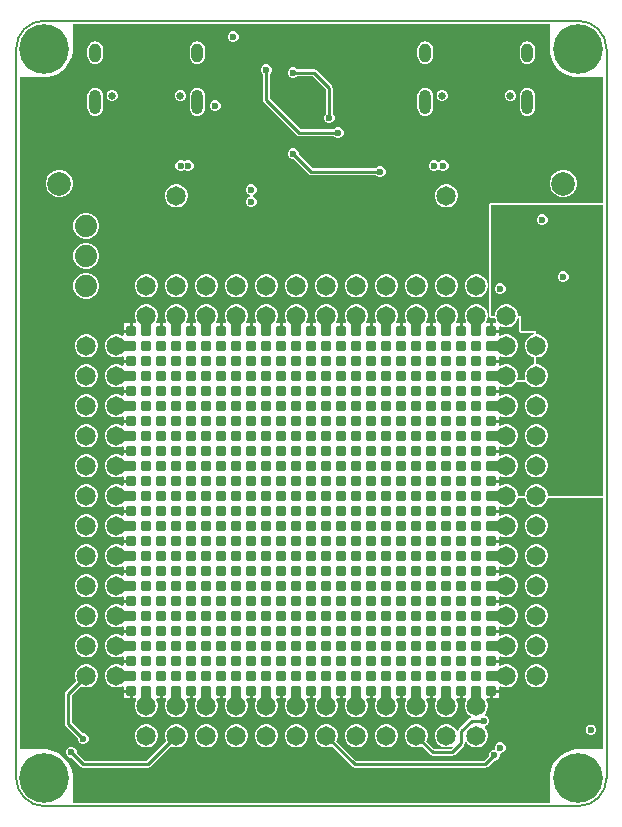
<source format=gbl>
G04*
G04 #@! TF.GenerationSoftware,Altium Limited,Altium Designer,23.3.1 (30)*
G04*
G04 Layer_Physical_Order=4*
G04 Layer_Color=15441517*
%FSLAX25Y25*%
%MOIN*%
G70*
G04*
G04 #@! TF.SameCoordinates,D048E5A0-3BFD-467D-8461-715AC76033F9*
G04*
G04*
G04 #@! TF.FilePolarity,Positive*
G04*
G01*
G75*
%ADD12C,0.00787*%
%ADD20C,0.01000*%
G04:AMPARAMS|DCode=33|XSize=31.5mil|YSize=31.5mil|CornerRadius=3.15mil|HoleSize=0mil|Usage=FLASHONLY|Rotation=180.000|XOffset=0mil|YOffset=0mil|HoleType=Round|Shape=RoundedRectangle|*
%AMROUNDEDRECTD33*
21,1,0.03150,0.02520,0,0,180.0*
21,1,0.02520,0.03150,0,0,180.0*
1,1,0.00630,-0.01260,0.01260*
1,1,0.00630,0.01260,0.01260*
1,1,0.00630,0.01260,-0.01260*
1,1,0.00630,-0.01260,-0.01260*
%
%ADD33ROUNDEDRECTD33*%
%ADD114C,0.06496*%
%ADD115O,0.03937X0.06299*%
%ADD116O,0.03937X0.08268*%
%ADD117C,0.02559*%
%ADD118C,0.16535*%
%ADD119C,0.07874*%
%ADD120C,0.07400*%
%ADD121C,0.02362*%
G04:AMPARAMS|DCode=122|XSize=31.5mil|YSize=31.5mil|CornerRadius=3.15mil|HoleSize=0mil|Usage=FLASHONLY|Rotation=270.000|XOffset=0mil|YOffset=0mil|HoleType=Round|Shape=RoundedRectangle|*
%AMROUNDEDRECTD122*
21,1,0.03150,0.02520,0,0,270.0*
21,1,0.02520,0.03150,0,0,270.0*
1,1,0.00630,-0.01260,-0.01260*
1,1,0.00630,-0.01260,0.01260*
1,1,0.00630,0.01260,0.01260*
1,1,0.00630,0.01260,-0.01260*
%
%ADD122ROUNDEDRECTD122*%
G36*
X179528Y253937D02*
Y253006D01*
X179891Y251181D01*
X180603Y249461D01*
X181637Y247914D01*
X182953Y246598D01*
X184501Y245564D01*
X186220Y244851D01*
X188046Y244488D01*
X197221D01*
Y202649D01*
X160000D01*
X159541Y202459D01*
X159351Y202000D01*
Y165000D01*
X159541Y164541D01*
X160000Y164351D01*
X161152D01*
X161196Y164329D01*
X161414Y163515D01*
X161711Y163000D01*
X161423Y162500D01*
X158577D01*
X158289Y163000D01*
X158586Y163515D01*
X158848Y164493D01*
Y165507D01*
X158586Y166485D01*
X158079Y167363D01*
X157363Y168079D01*
X156485Y168586D01*
X155507Y168848D01*
X154493D01*
X153515Y168586D01*
X152637Y168079D01*
X151921Y167363D01*
X151414Y166485D01*
X151152Y165507D01*
Y164493D01*
X151414Y163515D01*
X151711Y163000D01*
X151423Y162500D01*
X148577D01*
X148289Y163000D01*
X148586Y163515D01*
X148848Y164493D01*
Y165507D01*
X148586Y166485D01*
X148079Y167363D01*
X147363Y168079D01*
X146485Y168586D01*
X145507Y168848D01*
X144493D01*
X143515Y168586D01*
X142637Y168079D01*
X141921Y167363D01*
X141414Y166485D01*
X141152Y165507D01*
Y164493D01*
X141414Y163515D01*
X141711Y163000D01*
X141423Y162500D01*
X138577D01*
X138289Y163000D01*
X138586Y163515D01*
X138848Y164493D01*
Y165507D01*
X138586Y166485D01*
X138079Y167363D01*
X137363Y168079D01*
X136485Y168586D01*
X135507Y168848D01*
X134493D01*
X133515Y168586D01*
X132637Y168079D01*
X131921Y167363D01*
X131414Y166485D01*
X131152Y165507D01*
Y164493D01*
X131414Y163515D01*
X131711Y163000D01*
X131423Y162500D01*
X128577D01*
X128289Y163000D01*
X128586Y163515D01*
X128848Y164493D01*
Y165507D01*
X128586Y166485D01*
X128079Y167363D01*
X127363Y168079D01*
X126485Y168586D01*
X125507Y168848D01*
X124493D01*
X123515Y168586D01*
X122637Y168079D01*
X121921Y167363D01*
X121414Y166485D01*
X121152Y165507D01*
Y164493D01*
X121414Y163515D01*
X121711Y163000D01*
X121423Y162500D01*
X118577D01*
X118289Y163000D01*
X118586Y163515D01*
X118848Y164493D01*
Y165507D01*
X118586Y166485D01*
X118079Y167363D01*
X117363Y168079D01*
X116485Y168586D01*
X115507Y168848D01*
X114493D01*
X113515Y168586D01*
X112637Y168079D01*
X111921Y167363D01*
X111414Y166485D01*
X111152Y165507D01*
Y164493D01*
X111414Y163515D01*
X111711Y163000D01*
X111423Y162500D01*
X108577D01*
X108289Y163000D01*
X108586Y163515D01*
X108848Y164493D01*
Y165507D01*
X108586Y166485D01*
X108079Y167363D01*
X107363Y168079D01*
X106485Y168586D01*
X105507Y168848D01*
X104493D01*
X103515Y168586D01*
X102637Y168079D01*
X101921Y167363D01*
X101414Y166485D01*
X101152Y165507D01*
Y164493D01*
X101414Y163515D01*
X101711Y163000D01*
X101423Y162500D01*
X98577D01*
X98289Y163000D01*
X98586Y163515D01*
X98848Y164493D01*
Y165507D01*
X98586Y166485D01*
X98079Y167363D01*
X97363Y168079D01*
X96485Y168586D01*
X95507Y168848D01*
X94493D01*
X93515Y168586D01*
X92637Y168079D01*
X91921Y167363D01*
X91414Y166485D01*
X91152Y165507D01*
Y164493D01*
X91414Y163515D01*
X91711Y163000D01*
X91423Y162500D01*
X88577D01*
X88289Y163000D01*
X88586Y163515D01*
X88848Y164493D01*
Y165507D01*
X88586Y166485D01*
X88079Y167363D01*
X87363Y168079D01*
X86485Y168586D01*
X85507Y168848D01*
X84493D01*
X83515Y168586D01*
X82637Y168079D01*
X81921Y167363D01*
X81414Y166485D01*
X81152Y165507D01*
Y164493D01*
X81414Y163515D01*
X81711Y163000D01*
X81423Y162500D01*
X78577D01*
X78289Y163000D01*
X78586Y163515D01*
X78848Y164493D01*
Y165507D01*
X78586Y166485D01*
X78079Y167363D01*
X77363Y168079D01*
X76485Y168586D01*
X75507Y168848D01*
X74493D01*
X73515Y168586D01*
X72637Y168079D01*
X71921Y167363D01*
X71414Y166485D01*
X71152Y165507D01*
Y164493D01*
X71414Y163515D01*
X71711Y163000D01*
X71423Y162500D01*
X68577D01*
X68289Y163000D01*
X68586Y163515D01*
X68848Y164493D01*
Y165507D01*
X68586Y166485D01*
X68079Y167363D01*
X67363Y168079D01*
X66485Y168586D01*
X65507Y168848D01*
X64493D01*
X63515Y168586D01*
X62637Y168079D01*
X61921Y167363D01*
X61414Y166485D01*
X61152Y165507D01*
Y164493D01*
X61414Y163515D01*
X61711Y163000D01*
X61423Y162500D01*
X58577D01*
X58289Y163000D01*
X58586Y163515D01*
X58848Y164493D01*
Y165507D01*
X58586Y166485D01*
X58079Y167363D01*
X57363Y168079D01*
X56485Y168586D01*
X55507Y168848D01*
X54493D01*
X53515Y168586D01*
X52637Y168079D01*
X51921Y167363D01*
X51414Y166485D01*
X51152Y165507D01*
Y164493D01*
X51414Y163515D01*
X51711Y163000D01*
X51423Y162500D01*
X48577D01*
X48289Y163000D01*
X48586Y163515D01*
X48848Y164493D01*
Y165507D01*
X48586Y166485D01*
X48079Y167363D01*
X47363Y168079D01*
X46485Y168586D01*
X45507Y168848D01*
X44493D01*
X43515Y168586D01*
X42637Y168079D01*
X41921Y167363D01*
X41414Y166485D01*
X41152Y165507D01*
Y164493D01*
X41414Y163515D01*
X41711Y163000D01*
X41423Y162500D01*
X37500D01*
Y158577D01*
X37000Y158289D01*
X36485Y158586D01*
X35507Y158848D01*
X34493D01*
X33515Y158586D01*
X32637Y158079D01*
X31921Y157363D01*
X31414Y156485D01*
X31152Y155507D01*
Y154493D01*
X31414Y153515D01*
X31921Y152637D01*
X32637Y151921D01*
X33515Y151414D01*
X34493Y151152D01*
X35507D01*
X36485Y151414D01*
X37000Y151711D01*
X37500Y151423D01*
Y148577D01*
X37000Y148289D01*
X36485Y148586D01*
X35507Y148848D01*
X34493D01*
X33515Y148586D01*
X32637Y148079D01*
X31921Y147363D01*
X31414Y146485D01*
X31152Y145507D01*
Y144493D01*
X31414Y143515D01*
X31921Y142637D01*
X32637Y141921D01*
X33515Y141414D01*
X34493Y141152D01*
X35507D01*
X36485Y141414D01*
X37000Y141711D01*
X37500Y141423D01*
Y138577D01*
X37000Y138289D01*
X36485Y138586D01*
X35507Y138848D01*
X34493D01*
X33515Y138586D01*
X32637Y138079D01*
X31921Y137363D01*
X31414Y136485D01*
X31152Y135507D01*
Y134493D01*
X31414Y133515D01*
X31921Y132637D01*
X32637Y131921D01*
X33515Y131414D01*
X34493Y131152D01*
X35507D01*
X36485Y131414D01*
X37000Y131711D01*
X37500Y131423D01*
Y128577D01*
X37000Y128289D01*
X36485Y128586D01*
X35507Y128848D01*
X34493D01*
X33515Y128586D01*
X32637Y128079D01*
X31921Y127363D01*
X31414Y126485D01*
X31152Y125507D01*
Y124493D01*
X31414Y123515D01*
X31921Y122637D01*
X32637Y121921D01*
X33515Y121414D01*
X34493Y121152D01*
X35507D01*
X36485Y121414D01*
X37000Y121711D01*
X37500Y121423D01*
Y118577D01*
X37000Y118289D01*
X36485Y118586D01*
X35507Y118848D01*
X34493D01*
X33515Y118586D01*
X32637Y118079D01*
X31921Y117363D01*
X31414Y116485D01*
X31152Y115507D01*
Y114493D01*
X31414Y113515D01*
X31921Y112637D01*
X32637Y111921D01*
X33515Y111414D01*
X34493Y111152D01*
X35507D01*
X36485Y111414D01*
X37000Y111711D01*
X37500Y111423D01*
Y108577D01*
X37000Y108289D01*
X36485Y108586D01*
X35507Y108848D01*
X34493D01*
X33515Y108586D01*
X32637Y108079D01*
X31921Y107363D01*
X31414Y106485D01*
X31152Y105507D01*
Y104493D01*
X31414Y103515D01*
X31921Y102637D01*
X32637Y101921D01*
X33515Y101414D01*
X34493Y101152D01*
X35507D01*
X36485Y101414D01*
X37000Y101711D01*
X37500Y101423D01*
Y98577D01*
X37000Y98289D01*
X36485Y98586D01*
X35507Y98848D01*
X34493D01*
X33515Y98586D01*
X32637Y98079D01*
X31921Y97363D01*
X31414Y96485D01*
X31152Y95507D01*
Y94493D01*
X31414Y93515D01*
X31921Y92637D01*
X32637Y91921D01*
X33515Y91414D01*
X34493Y91152D01*
X35507D01*
X36485Y91414D01*
X37000Y91711D01*
X37500Y91423D01*
Y88577D01*
X37000Y88289D01*
X36485Y88586D01*
X35507Y88848D01*
X34493D01*
X33515Y88586D01*
X32637Y88079D01*
X31921Y87363D01*
X31414Y86485D01*
X31152Y85507D01*
Y84493D01*
X31414Y83515D01*
X31921Y82637D01*
X32637Y81921D01*
X33515Y81414D01*
X34493Y81152D01*
X35507D01*
X36485Y81414D01*
X37000Y81711D01*
X37500Y81423D01*
Y78577D01*
X37000Y78289D01*
X36485Y78586D01*
X35507Y78848D01*
X34493D01*
X33515Y78586D01*
X32637Y78079D01*
X31921Y77363D01*
X31414Y76485D01*
X31152Y75507D01*
Y74493D01*
X31414Y73515D01*
X31921Y72637D01*
X32637Y71921D01*
X33515Y71414D01*
X34493Y71152D01*
X35507D01*
X36485Y71414D01*
X37000Y71711D01*
X37500Y71423D01*
Y68577D01*
X37000Y68289D01*
X36485Y68586D01*
X35507Y68848D01*
X34493D01*
X33515Y68586D01*
X32637Y68079D01*
X31921Y67363D01*
X31414Y66485D01*
X31152Y65507D01*
Y64493D01*
X31414Y63515D01*
X31921Y62637D01*
X32637Y61921D01*
X33515Y61414D01*
X34493Y61152D01*
X35507D01*
X36485Y61414D01*
X37000Y61711D01*
X37500Y61423D01*
Y58577D01*
X37000Y58289D01*
X36485Y58586D01*
X35507Y58848D01*
X34493D01*
X33515Y58586D01*
X32637Y58079D01*
X31921Y57363D01*
X31414Y56485D01*
X31152Y55507D01*
Y54493D01*
X31414Y53515D01*
X31921Y52637D01*
X32637Y51921D01*
X33515Y51414D01*
X34493Y51152D01*
X35507D01*
X36485Y51414D01*
X37000Y51711D01*
X37500Y51423D01*
Y48577D01*
X37000Y48289D01*
X36485Y48586D01*
X35507Y48848D01*
X34493D01*
X33515Y48586D01*
X32637Y48079D01*
X31921Y47363D01*
X31414Y46485D01*
X31152Y45507D01*
Y44493D01*
X31414Y43515D01*
X31921Y42637D01*
X32637Y41921D01*
X33515Y41414D01*
X34493Y41152D01*
X35507D01*
X36485Y41414D01*
X37000Y41711D01*
X37500Y41423D01*
Y37500D01*
X41423D01*
X41711Y37000D01*
X41414Y36485D01*
X41152Y35507D01*
Y34493D01*
X41414Y33515D01*
X41921Y32637D01*
X42637Y31921D01*
X43515Y31414D01*
X44493Y31152D01*
X45507D01*
X46485Y31414D01*
X47363Y31921D01*
X48079Y32637D01*
X48586Y33515D01*
X48848Y34493D01*
Y35507D01*
X48586Y36485D01*
X48289Y37000D01*
X48577Y37500D01*
X51423D01*
X51711Y37000D01*
X51414Y36485D01*
X51152Y35507D01*
Y34493D01*
X51414Y33515D01*
X51921Y32637D01*
X52637Y31921D01*
X53515Y31414D01*
X54493Y31152D01*
X55507D01*
X56485Y31414D01*
X57363Y31921D01*
X58079Y32637D01*
X58586Y33515D01*
X58848Y34493D01*
Y35507D01*
X58586Y36485D01*
X58289Y37000D01*
X58577Y37500D01*
X61423D01*
X61711Y37000D01*
X61414Y36485D01*
X61152Y35507D01*
Y34493D01*
X61414Y33515D01*
X61921Y32637D01*
X62637Y31921D01*
X63515Y31414D01*
X64493Y31152D01*
X65507D01*
X66485Y31414D01*
X67363Y31921D01*
X68079Y32637D01*
X68586Y33515D01*
X68848Y34493D01*
Y35507D01*
X68586Y36485D01*
X68289Y37000D01*
X68577Y37500D01*
X71423D01*
X71711Y37000D01*
X71414Y36485D01*
X71152Y35507D01*
Y34493D01*
X71414Y33515D01*
X71921Y32637D01*
X72637Y31921D01*
X73515Y31414D01*
X74493Y31152D01*
X75507D01*
X76485Y31414D01*
X77363Y31921D01*
X78079Y32637D01*
X78586Y33515D01*
X78848Y34493D01*
Y35507D01*
X78586Y36485D01*
X78289Y37000D01*
X78577Y37500D01*
X81423D01*
X81711Y37000D01*
X81414Y36485D01*
X81152Y35507D01*
Y34493D01*
X81414Y33515D01*
X81921Y32637D01*
X82637Y31921D01*
X83515Y31414D01*
X84493Y31152D01*
X85507D01*
X86485Y31414D01*
X87363Y31921D01*
X88079Y32637D01*
X88586Y33515D01*
X88848Y34493D01*
Y35507D01*
X88586Y36485D01*
X88289Y37000D01*
X88577Y37500D01*
X91423D01*
X91711Y37000D01*
X91414Y36485D01*
X91152Y35507D01*
Y34493D01*
X91414Y33515D01*
X91921Y32637D01*
X92637Y31921D01*
X93515Y31414D01*
X94493Y31152D01*
X95507D01*
X96485Y31414D01*
X97363Y31921D01*
X98079Y32637D01*
X98586Y33515D01*
X98848Y34493D01*
Y35507D01*
X98586Y36485D01*
X98289Y37000D01*
X98577Y37500D01*
X101423D01*
X101711Y37000D01*
X101414Y36485D01*
X101152Y35507D01*
Y34493D01*
X101414Y33515D01*
X101921Y32637D01*
X102637Y31921D01*
X103515Y31414D01*
X104493Y31152D01*
X105507D01*
X106485Y31414D01*
X107363Y31921D01*
X108079Y32637D01*
X108586Y33515D01*
X108848Y34493D01*
Y35507D01*
X108586Y36485D01*
X108289Y37000D01*
X108577Y37500D01*
X111423D01*
X111711Y37000D01*
X111414Y36485D01*
X111152Y35507D01*
Y34493D01*
X111414Y33515D01*
X111921Y32637D01*
X112637Y31921D01*
X113515Y31414D01*
X114493Y31152D01*
X115507D01*
X116485Y31414D01*
X117363Y31921D01*
X118079Y32637D01*
X118586Y33515D01*
X118848Y34493D01*
Y35507D01*
X118586Y36485D01*
X118289Y37000D01*
X118577Y37500D01*
X121423D01*
X121711Y37000D01*
X121414Y36485D01*
X121152Y35507D01*
Y34493D01*
X121414Y33515D01*
X121921Y32637D01*
X122637Y31921D01*
X123515Y31414D01*
X124493Y31152D01*
X125507D01*
X126485Y31414D01*
X127363Y31921D01*
X128079Y32637D01*
X128586Y33515D01*
X128848Y34493D01*
Y35507D01*
X128586Y36485D01*
X128289Y37000D01*
X128577Y37500D01*
X131423D01*
X131711Y37000D01*
X131414Y36485D01*
X131152Y35507D01*
Y34493D01*
X131414Y33515D01*
X131921Y32637D01*
X132637Y31921D01*
X133515Y31414D01*
X134493Y31152D01*
X135507D01*
X136485Y31414D01*
X137363Y31921D01*
X138079Y32637D01*
X138586Y33515D01*
X138848Y34493D01*
Y35507D01*
X138586Y36485D01*
X138289Y37000D01*
X138577Y37500D01*
X141423D01*
X141711Y37000D01*
X141414Y36485D01*
X141152Y35507D01*
Y34493D01*
X141414Y33515D01*
X141921Y32637D01*
X142637Y31921D01*
X143515Y31414D01*
X144493Y31152D01*
X145507D01*
X146485Y31414D01*
X147363Y31921D01*
X148079Y32637D01*
X148586Y33515D01*
X148848Y34493D01*
Y35507D01*
X148586Y36485D01*
X148289Y37000D01*
X148577Y37500D01*
X151423D01*
X151711Y37000D01*
X151414Y36485D01*
X151152Y35507D01*
Y34493D01*
X151414Y33515D01*
X151921Y32637D01*
X152637Y31921D01*
X153208Y31591D01*
X153121Y31064D01*
X153093Y31059D01*
X152730Y30816D01*
X152730Y30816D01*
X149207Y27293D01*
X148964Y26929D01*
X148949Y26856D01*
X148422Y26769D01*
X148079Y27363D01*
X147363Y28079D01*
X146485Y28586D01*
X145507Y28848D01*
X144493D01*
X143515Y28586D01*
X142637Y28079D01*
X141921Y27363D01*
X141414Y26485D01*
X141152Y25507D01*
Y24493D01*
X141414Y23515D01*
X141921Y22637D01*
X142637Y21921D01*
X143515Y21414D01*
X144493Y21152D01*
X145507D01*
X146485Y21414D01*
X146806Y21600D01*
X147113Y21200D01*
X146535Y20621D01*
X140965D01*
X138398Y23189D01*
X138586Y23515D01*
X138848Y24493D01*
Y25507D01*
X138586Y26485D01*
X138079Y27363D01*
X137363Y28079D01*
X136485Y28586D01*
X135507Y28848D01*
X134493D01*
X133515Y28586D01*
X132637Y28079D01*
X131921Y27363D01*
X131414Y26485D01*
X131152Y25507D01*
Y24493D01*
X131414Y23515D01*
X131921Y22637D01*
X132637Y21921D01*
X133515Y21414D01*
X134493Y21152D01*
X135507D01*
X136485Y21414D01*
X136811Y21602D01*
X139707Y18707D01*
X139707Y18707D01*
X140071Y18464D01*
X140500Y18379D01*
X147000D01*
X147000Y18378D01*
X147429Y18464D01*
X147793Y18707D01*
X150793Y21707D01*
X151036Y22071D01*
X151122Y22500D01*
X151122Y22500D01*
Y23022D01*
X151622Y23156D01*
X151921Y22637D01*
X152637Y21921D01*
X153515Y21414D01*
X154493Y21152D01*
X155507D01*
X156485Y21414D01*
X157363Y21921D01*
X158079Y22637D01*
X158586Y23515D01*
X158848Y24493D01*
Y25507D01*
X158586Y26485D01*
X158079Y27363D01*
X157700Y27742D01*
X157740Y27962D01*
X157873Y28276D01*
X158444Y28513D01*
X158945Y29014D01*
X159216Y29668D01*
Y30377D01*
X158945Y31032D01*
X158444Y31533D01*
X157905Y31756D01*
X157761Y32128D01*
X157746Y32304D01*
X158079Y32637D01*
X158586Y33515D01*
X158848Y34493D01*
Y35507D01*
X158586Y36485D01*
X158289Y37000D01*
X158577Y37500D01*
X162500D01*
Y41423D01*
X163000Y41711D01*
X163515Y41414D01*
X164493Y41152D01*
X165507D01*
X166485Y41414D01*
X167363Y41921D01*
X168079Y42637D01*
X168586Y43515D01*
X168848Y44493D01*
Y45507D01*
X168586Y46485D01*
X168079Y47363D01*
X167363Y48079D01*
X166485Y48586D01*
X165507Y48848D01*
X164493D01*
X163515Y48586D01*
X163000Y48289D01*
X162500Y48577D01*
Y51423D01*
X163000Y51711D01*
X163515Y51414D01*
X164493Y51152D01*
X165507D01*
X166485Y51414D01*
X167363Y51921D01*
X168079Y52637D01*
X168586Y53515D01*
X168848Y54493D01*
Y55507D01*
X168586Y56485D01*
X168079Y57363D01*
X167363Y58079D01*
X166485Y58586D01*
X165507Y58848D01*
X164493D01*
X163515Y58586D01*
X163000Y58289D01*
X162500Y58577D01*
Y61423D01*
X163000Y61711D01*
X163515Y61414D01*
X164493Y61152D01*
X165507D01*
X166485Y61414D01*
X167363Y61921D01*
X168079Y62637D01*
X168586Y63515D01*
X168848Y64493D01*
Y65507D01*
X168586Y66485D01*
X168079Y67363D01*
X167363Y68079D01*
X166485Y68586D01*
X165507Y68848D01*
X164493D01*
X163515Y68586D01*
X163000Y68289D01*
X162500Y68577D01*
Y71423D01*
X163000Y71711D01*
X163515Y71414D01*
X164493Y71152D01*
X165507D01*
X166485Y71414D01*
X167363Y71921D01*
X168079Y72637D01*
X168586Y73515D01*
X168848Y74493D01*
Y75507D01*
X168586Y76485D01*
X168079Y77363D01*
X167363Y78079D01*
X166485Y78586D01*
X165507Y78848D01*
X164493D01*
X163515Y78586D01*
X163000Y78289D01*
X162500Y78577D01*
Y81423D01*
X163000Y81711D01*
X163515Y81414D01*
X164493Y81152D01*
X165507D01*
X166485Y81414D01*
X167363Y81921D01*
X168079Y82637D01*
X168586Y83515D01*
X168848Y84493D01*
Y85507D01*
X168586Y86485D01*
X168079Y87363D01*
X167363Y88079D01*
X166485Y88586D01*
X165507Y88848D01*
X164493D01*
X163515Y88586D01*
X163000Y88289D01*
X162500Y88577D01*
Y91423D01*
X163000Y91711D01*
X163515Y91414D01*
X164493Y91152D01*
X165507D01*
X166485Y91414D01*
X167363Y91921D01*
X168079Y92637D01*
X168586Y93515D01*
X168848Y94493D01*
Y95507D01*
X168586Y96485D01*
X168079Y97363D01*
X167363Y98079D01*
X166485Y98586D01*
X165507Y98848D01*
X164493D01*
X163515Y98586D01*
X163000Y98289D01*
X162500Y98577D01*
Y101423D01*
X163000Y101711D01*
X163515Y101414D01*
X164493Y101152D01*
X165507D01*
X166485Y101414D01*
X167363Y101921D01*
X168079Y102637D01*
X168586Y103515D01*
X168804Y104329D01*
X168848Y104350D01*
X171152D01*
X171196Y104329D01*
X171414Y103515D01*
X171921Y102637D01*
X172637Y101921D01*
X173515Y101414D01*
X174493Y101152D01*
X175507D01*
X176485Y101414D01*
X177363Y101921D01*
X178079Y102637D01*
X178586Y103515D01*
X178804Y104329D01*
X178848Y104350D01*
X193581Y104351D01*
X197221D01*
Y20472D01*
X188046D01*
X186220Y20109D01*
X184501Y19397D01*
X182953Y18363D01*
X181637Y17047D01*
X180603Y15499D01*
X179891Y13780D01*
X179528Y11954D01*
Y11024D01*
Y2779D01*
X20472D01*
Y11024D01*
Y11954D01*
X20109Y13780D01*
X19397Y15499D01*
X18363Y17047D01*
X17047Y18363D01*
X15499Y19397D01*
X13780Y20109D01*
X11954Y20472D01*
X2779D01*
Y244488D01*
X11954D01*
X13780Y244851D01*
X15499Y245564D01*
X17047Y246598D01*
X18363Y247914D01*
X19397Y249461D01*
X20109Y251181D01*
X20472Y253006D01*
Y253937D01*
Y262182D01*
X179528D01*
Y253937D01*
D02*
G37*
G36*
X169351Y160000D02*
X169541Y159541D01*
X170000Y159351D01*
X174351D01*
Y158848D01*
X174329Y158804D01*
X173515Y158586D01*
X172637Y158079D01*
X171921Y157363D01*
X171414Y156485D01*
X171152Y155507D01*
Y154493D01*
X171414Y153515D01*
X171921Y152637D01*
X172637Y151921D01*
X173515Y151414D01*
X174329Y151196D01*
X174351Y151152D01*
Y148848D01*
X174329Y148804D01*
X173515Y148586D01*
X172637Y148079D01*
X171921Y147363D01*
X171414Y146485D01*
X171152Y145507D01*
Y144493D01*
X171272Y144046D01*
X170967Y143649D01*
X169033D01*
X168728Y144046D01*
X168848Y144493D01*
Y145507D01*
X168586Y146485D01*
X168079Y147363D01*
X167363Y148079D01*
X166485Y148586D01*
X165507Y148848D01*
X164493D01*
X163515Y148586D01*
X163000Y148289D01*
X162500Y148577D01*
Y151423D01*
X163000Y151711D01*
X163515Y151414D01*
X164493Y151152D01*
X165507D01*
X166485Y151414D01*
X167363Y151921D01*
X168079Y152637D01*
X168586Y153515D01*
X168848Y154493D01*
Y155507D01*
X168586Y156485D01*
X168079Y157363D01*
X167363Y158079D01*
X166485Y158586D01*
X165507Y158848D01*
X164493D01*
X163515Y158586D01*
X163000Y158289D01*
X162500Y158577D01*
Y161423D01*
X163000Y161711D01*
X163515Y161414D01*
X164493Y161152D01*
X165507D01*
X166485Y161414D01*
X167363Y161921D01*
X168079Y162637D01*
X168586Y163515D01*
X168804Y164329D01*
X168848Y164351D01*
X169351D01*
Y160000D01*
D02*
G37*
G36*
X197221Y105000D02*
X193581D01*
X178848Y105000D01*
Y105507D01*
X178586Y106485D01*
X178079Y107363D01*
X177363Y108079D01*
X176485Y108586D01*
X175507Y108848D01*
X174493D01*
X173515Y108586D01*
X172637Y108079D01*
X171921Y107363D01*
X171414Y106485D01*
X171152Y105507D01*
Y105000D01*
X168848D01*
Y105507D01*
X168586Y106485D01*
X168079Y107363D01*
X167363Y108079D01*
X166485Y108586D01*
X165507Y108848D01*
X164493D01*
X163515Y108586D01*
X163000Y108289D01*
X162500Y108577D01*
Y111423D01*
X163000Y111711D01*
X163515Y111414D01*
X164493Y111152D01*
X165507D01*
X166485Y111414D01*
X167363Y111921D01*
X168079Y112637D01*
X168586Y113515D01*
X168848Y114493D01*
Y115507D01*
X168586Y116485D01*
X168079Y117363D01*
X167363Y118079D01*
X166485Y118586D01*
X165507Y118848D01*
X164493D01*
X163515Y118586D01*
X163000Y118289D01*
X162500Y118577D01*
Y121423D01*
X163000Y121711D01*
X163515Y121414D01*
X164493Y121152D01*
X165507D01*
X166485Y121414D01*
X167363Y121921D01*
X168079Y122637D01*
X168586Y123515D01*
X168848Y124493D01*
Y125507D01*
X168586Y126485D01*
X168079Y127363D01*
X167363Y128079D01*
X166485Y128586D01*
X165507Y128848D01*
X164493D01*
X163515Y128586D01*
X163000Y128289D01*
X162500Y128577D01*
Y131423D01*
X163000Y131711D01*
X163515Y131414D01*
X164493Y131152D01*
X165507D01*
X166485Y131414D01*
X167363Y131921D01*
X168079Y132637D01*
X168586Y133515D01*
X168848Y134493D01*
Y135507D01*
X168586Y136485D01*
X168079Y137363D01*
X167363Y138079D01*
X166485Y138586D01*
X165507Y138848D01*
X164493D01*
X163515Y138586D01*
X163000Y138289D01*
X162500Y138577D01*
Y141423D01*
X163000Y141711D01*
X163515Y141414D01*
X164493Y141152D01*
X165507D01*
X166485Y141414D01*
X167363Y141921D01*
X168079Y142637D01*
X168289Y143000D01*
X171711D01*
X171921Y142637D01*
X172637Y141921D01*
X173515Y141414D01*
X174493Y141152D01*
X175507D01*
X176485Y141414D01*
X177363Y141921D01*
X178079Y142637D01*
X178586Y143515D01*
X178848Y144493D01*
Y145507D01*
X178586Y146485D01*
X178079Y147363D01*
X177363Y148079D01*
X176485Y148586D01*
X175507Y148848D01*
X175000D01*
Y151152D01*
X175507D01*
X176485Y151414D01*
X177363Y151921D01*
X178079Y152637D01*
X178586Y153515D01*
X178848Y154493D01*
Y155507D01*
X178586Y156485D01*
X178079Y157363D01*
X177363Y158079D01*
X176485Y158586D01*
X175507Y158848D01*
X175000D01*
Y160000D01*
X170000D01*
Y165000D01*
X168848D01*
Y165507D01*
X168586Y166485D01*
X168079Y167363D01*
X167363Y168079D01*
X166485Y168586D01*
X165507Y168848D01*
X164493D01*
X163515Y168586D01*
X162637Y168079D01*
X161921Y167363D01*
X161414Y166485D01*
X161152Y165507D01*
Y165000D01*
X160000D01*
Y202000D01*
X197221D01*
Y105000D01*
D02*
G37*
%LPC*%
G36*
X74354Y259781D02*
X73646D01*
X72991Y259510D01*
X72490Y259009D01*
X72219Y258354D01*
Y257646D01*
X72490Y256991D01*
X72991Y256490D01*
X73646Y256219D01*
X74354D01*
X75009Y256490D01*
X75510Y256991D01*
X75781Y257646D01*
Y258354D01*
X75510Y259009D01*
X75009Y259510D01*
X74354Y259781D01*
D02*
G37*
G36*
X172008Y256536D02*
X171337Y256447D01*
X170712Y256189D01*
X170176Y255777D01*
X169764Y255240D01*
X169506Y254615D01*
X169417Y253945D01*
Y251583D01*
X169506Y250912D01*
X169764Y250287D01*
X170176Y249751D01*
X170712Y249339D01*
X171337Y249080D01*
X172008Y248992D01*
X172678Y249080D01*
X173303Y249339D01*
X173840Y249751D01*
X174251Y250287D01*
X174510Y250912D01*
X174599Y251583D01*
Y253945D01*
X174510Y254615D01*
X174251Y255240D01*
X173840Y255777D01*
X173303Y256189D01*
X172678Y256447D01*
X172008Y256536D01*
D02*
G37*
G36*
X137992D02*
X137322Y256447D01*
X136697Y256189D01*
X136160Y255777D01*
X135749Y255240D01*
X135490Y254615D01*
X135401Y253945D01*
Y251583D01*
X135490Y250912D01*
X135749Y250287D01*
X136160Y249751D01*
X136697Y249339D01*
X137322Y249080D01*
X137992Y248992D01*
X138663Y249080D01*
X139287Y249339D01*
X139824Y249751D01*
X140236Y250287D01*
X140495Y250912D01*
X140583Y251583D01*
Y253945D01*
X140495Y254615D01*
X140236Y255240D01*
X139824Y255777D01*
X139287Y256189D01*
X138663Y256447D01*
X137992Y256536D01*
D02*
G37*
G36*
X62008D02*
X61337Y256447D01*
X60712Y256189D01*
X60176Y255777D01*
X59764Y255240D01*
X59505Y254615D01*
X59417Y253945D01*
Y251583D01*
X59505Y250912D01*
X59764Y250287D01*
X60176Y249751D01*
X60712Y249339D01*
X61337Y249080D01*
X62008Y248992D01*
X62678Y249080D01*
X63303Y249339D01*
X63840Y249751D01*
X64251Y250287D01*
X64510Y250912D01*
X64599Y251583D01*
Y253945D01*
X64510Y254615D01*
X64251Y255240D01*
X63840Y255777D01*
X63303Y256189D01*
X62678Y256447D01*
X62008Y256536D01*
D02*
G37*
G36*
X27992D02*
X27322Y256447D01*
X26697Y256189D01*
X26160Y255777D01*
X25749Y255240D01*
X25490Y254615D01*
X25401Y253945D01*
Y251583D01*
X25490Y250912D01*
X25749Y250287D01*
X26160Y249751D01*
X26697Y249339D01*
X27322Y249080D01*
X27992Y248992D01*
X28663Y249080D01*
X29287Y249339D01*
X29824Y249751D01*
X30236Y250287D01*
X30494Y250912D01*
X30583Y251583D01*
Y253945D01*
X30494Y254615D01*
X30236Y255240D01*
X29824Y255777D01*
X29287Y256189D01*
X28663Y256447D01*
X27992Y256536D01*
D02*
G37*
G36*
X166752Y240273D02*
X166004D01*
X165313Y239987D01*
X164785Y239458D01*
X164498Y238768D01*
Y238020D01*
X164785Y237329D01*
X165313Y236800D01*
X166004Y236514D01*
X166752D01*
X167443Y236800D01*
X167971Y237329D01*
X168257Y238020D01*
Y238768D01*
X167971Y239458D01*
X167443Y239987D01*
X166752Y240273D01*
D02*
G37*
G36*
X143996D02*
X143248D01*
X142557Y239987D01*
X142029Y239458D01*
X141743Y238768D01*
Y238020D01*
X142029Y237329D01*
X142557Y236800D01*
X143248Y236514D01*
X143996D01*
X144687Y236800D01*
X145215Y237329D01*
X145502Y238020D01*
Y238768D01*
X145215Y239458D01*
X144687Y239987D01*
X143996Y240273D01*
D02*
G37*
G36*
X56752D02*
X56004D01*
X55313Y239987D01*
X54785Y239458D01*
X54498Y238768D01*
Y238020D01*
X54785Y237329D01*
X55313Y236800D01*
X56004Y236514D01*
X56752D01*
X57443Y236800D01*
X57971Y237329D01*
X58258Y238020D01*
Y238768D01*
X57971Y239458D01*
X57443Y239987D01*
X56752Y240273D01*
D02*
G37*
G36*
X33996D02*
X33248D01*
X32557Y239987D01*
X32029Y239458D01*
X31743Y238768D01*
Y238020D01*
X32029Y237329D01*
X32557Y236800D01*
X33248Y236514D01*
X33996D01*
X34687Y236800D01*
X35215Y237329D01*
X35502Y238020D01*
Y238768D01*
X35215Y239458D01*
X34687Y239987D01*
X33996Y240273D01*
D02*
G37*
G36*
X68354Y236781D02*
X67646D01*
X66991Y236510D01*
X66490Y236009D01*
X66219Y235354D01*
Y234646D01*
X66490Y233991D01*
X66991Y233490D01*
X67646Y233219D01*
X68354D01*
X69009Y233490D01*
X69510Y233991D01*
X69781Y234646D01*
Y235354D01*
X69510Y236009D01*
X69009Y236510D01*
X68354Y236781D01*
D02*
G37*
G36*
X172008Y241063D02*
X171337Y240975D01*
X170712Y240716D01*
X170176Y240304D01*
X169764Y239768D01*
X169506Y239143D01*
X169417Y238472D01*
Y234142D01*
X169506Y233471D01*
X169764Y232846D01*
X170176Y232310D01*
X170712Y231898D01*
X171337Y231639D01*
X172008Y231551D01*
X172678Y231639D01*
X173303Y231898D01*
X173840Y232310D01*
X174251Y232846D01*
X174510Y233471D01*
X174599Y234142D01*
Y238472D01*
X174510Y239143D01*
X174251Y239768D01*
X173840Y240304D01*
X173303Y240716D01*
X172678Y240975D01*
X172008Y241063D01*
D02*
G37*
G36*
X137992D02*
X137322Y240975D01*
X136697Y240716D01*
X136160Y240304D01*
X135749Y239768D01*
X135490Y239143D01*
X135401Y238472D01*
Y234142D01*
X135490Y233471D01*
X135749Y232846D01*
X136160Y232310D01*
X136697Y231898D01*
X137322Y231639D01*
X137992Y231551D01*
X138663Y231639D01*
X139287Y231898D01*
X139824Y232310D01*
X140236Y232846D01*
X140495Y233471D01*
X140583Y234142D01*
Y238472D01*
X140495Y239143D01*
X140236Y239768D01*
X139824Y240304D01*
X139287Y240716D01*
X138663Y240975D01*
X137992Y241063D01*
D02*
G37*
G36*
X62008D02*
X61337Y240975D01*
X60712Y240716D01*
X60176Y240304D01*
X59764Y239768D01*
X59505Y239143D01*
X59417Y238472D01*
Y234142D01*
X59505Y233471D01*
X59764Y232846D01*
X60176Y232310D01*
X60712Y231898D01*
X61337Y231639D01*
X62008Y231551D01*
X62678Y231639D01*
X63303Y231898D01*
X63840Y232310D01*
X64251Y232846D01*
X64510Y233471D01*
X64599Y234142D01*
Y238472D01*
X64510Y239143D01*
X64251Y239768D01*
X63840Y240304D01*
X63303Y240716D01*
X62678Y240975D01*
X62008Y241063D01*
D02*
G37*
G36*
X27992D02*
X27322Y240975D01*
X26697Y240716D01*
X26160Y240304D01*
X25749Y239768D01*
X25490Y239143D01*
X25401Y238472D01*
Y234142D01*
X25490Y233471D01*
X25749Y232846D01*
X26160Y232310D01*
X26697Y231898D01*
X27322Y231639D01*
X27992Y231551D01*
X28663Y231639D01*
X29287Y231898D01*
X29824Y232310D01*
X30236Y232846D01*
X30494Y233471D01*
X30583Y234142D01*
Y238472D01*
X30494Y239143D01*
X30236Y239768D01*
X29824Y240304D01*
X29287Y240716D01*
X28663Y240975D01*
X27992Y241063D01*
D02*
G37*
G36*
X94354Y247781D02*
X93646D01*
X92991Y247510D01*
X92490Y247009D01*
X92219Y246354D01*
Y245646D01*
X92490Y244991D01*
X92991Y244490D01*
X93646Y244219D01*
X94354D01*
X95009Y244490D01*
X95397Y244879D01*
X100535D01*
X104878Y240535D01*
Y232397D01*
X104490Y232009D01*
X104219Y231354D01*
Y230646D01*
X104490Y229991D01*
X104991Y229490D01*
X105646Y229219D01*
X106354D01*
X107009Y229490D01*
X107510Y229991D01*
X107781Y230646D01*
Y231354D01*
X107510Y232009D01*
X107122Y232397D01*
Y241000D01*
X107122Y241000D01*
X107036Y241429D01*
X106793Y241793D01*
X106793Y241793D01*
X101793Y246793D01*
X101429Y247036D01*
X101000Y247122D01*
X101000Y247122D01*
X95397D01*
X95009Y247510D01*
X94354Y247781D01*
D02*
G37*
G36*
X85354Y248781D02*
X84646D01*
X83991Y248510D01*
X83490Y248009D01*
X83219Y247354D01*
Y246646D01*
X83490Y245991D01*
X83878Y245603D01*
Y237000D01*
X83878Y237000D01*
X83964Y236571D01*
X84207Y236207D01*
X95207Y225207D01*
X95571Y224964D01*
X96000Y224878D01*
X96000Y224879D01*
X107603D01*
X107991Y224490D01*
X108646Y224219D01*
X109354D01*
X110009Y224490D01*
X110510Y224991D01*
X110781Y225646D01*
Y226354D01*
X110510Y227009D01*
X110009Y227510D01*
X109354Y227781D01*
X108646D01*
X107991Y227510D01*
X107603Y227121D01*
X96465D01*
X86122Y237465D01*
Y245603D01*
X86510Y245991D01*
X86781Y246646D01*
Y247354D01*
X86510Y248009D01*
X86009Y248510D01*
X85354Y248781D01*
D02*
G37*
G36*
X59354Y216781D02*
X58646D01*
X57991Y216510D01*
X57750Y216269D01*
X57509Y216510D01*
X56854Y216781D01*
X56146D01*
X55491Y216510D01*
X54990Y216009D01*
X54719Y215354D01*
Y214646D01*
X54990Y213991D01*
X55491Y213490D01*
X56146Y213219D01*
X56854D01*
X57509Y213490D01*
X57750Y213731D01*
X57991Y213490D01*
X58646Y213219D01*
X59354D01*
X60009Y213490D01*
X60510Y213991D01*
X60781Y214646D01*
Y215354D01*
X60510Y216009D01*
X60009Y216510D01*
X59354Y216781D01*
D02*
G37*
G36*
X144354D02*
X143646D01*
X142991Y216510D01*
X142500Y216019D01*
X142009Y216510D01*
X141354Y216781D01*
X140646D01*
X139991Y216510D01*
X139490Y216009D01*
X139219Y215354D01*
Y214646D01*
X139490Y213991D01*
X139991Y213490D01*
X140646Y213219D01*
X141354D01*
X142009Y213490D01*
X142500Y213981D01*
X142991Y213490D01*
X143646Y213219D01*
X144354D01*
X145009Y213490D01*
X145510Y213991D01*
X145781Y214646D01*
Y215354D01*
X145510Y216009D01*
X145009Y216510D01*
X144354Y216781D01*
D02*
G37*
G36*
X94354Y220781D02*
X93646D01*
X92991Y220510D01*
X92490Y220009D01*
X92219Y219354D01*
Y218646D01*
X92490Y217991D01*
X92991Y217490D01*
X93646Y217219D01*
X94195D01*
X99207Y212207D01*
X99207Y212207D01*
X99571Y211964D01*
X100000Y211878D01*
X100000Y211878D01*
X121603D01*
X121991Y211490D01*
X122646Y211219D01*
X123354D01*
X124009Y211490D01*
X124510Y211991D01*
X124781Y212646D01*
Y213354D01*
X124510Y214009D01*
X124009Y214510D01*
X123354Y214781D01*
X122646D01*
X121991Y214510D01*
X121603Y214122D01*
X100465D01*
X95781Y218805D01*
Y219354D01*
X95510Y220009D01*
X95009Y220510D01*
X94354Y220781D01*
D02*
G37*
G36*
X184597Y213647D02*
X183403D01*
X182249Y213338D01*
X181214Y212741D01*
X180369Y211896D01*
X179772Y210861D01*
X179463Y209707D01*
Y208513D01*
X179772Y207359D01*
X180369Y206324D01*
X181214Y205480D01*
X182249Y204882D01*
X183403Y204573D01*
X184597D01*
X185751Y204882D01*
X186786Y205480D01*
X187630Y206324D01*
X188228Y207359D01*
X188537Y208513D01*
Y209707D01*
X188228Y210861D01*
X187630Y211896D01*
X186786Y212741D01*
X185751Y213338D01*
X184597Y213647D01*
D02*
G37*
G36*
X16597Y213647D02*
X15403D01*
X14249Y213338D01*
X13214Y212741D01*
X12370Y211896D01*
X11772Y210861D01*
X11463Y209707D01*
Y208513D01*
X11772Y207359D01*
X12370Y206324D01*
X13214Y205480D01*
X14249Y204882D01*
X15403Y204573D01*
X16597D01*
X17751Y204882D01*
X18786Y205480D01*
X19631Y206324D01*
X20228Y207359D01*
X20537Y208513D01*
Y209707D01*
X20228Y210861D01*
X19631Y211896D01*
X18786Y212741D01*
X17751Y213338D01*
X16597Y213647D01*
D02*
G37*
G36*
X80354Y208781D02*
X79646D01*
X78991Y208510D01*
X78490Y208009D01*
X78219Y207354D01*
Y206646D01*
X78490Y205991D01*
X78991Y205490D01*
X79571Y205250D01*
X79587Y205145D01*
Y204855D01*
X79571Y204750D01*
X78991Y204510D01*
X78490Y204009D01*
X78219Y203354D01*
Y202646D01*
X78490Y201991D01*
X78991Y201490D01*
X79646Y201219D01*
X80354D01*
X81009Y201490D01*
X81510Y201991D01*
X81781Y202646D01*
Y203354D01*
X81510Y204009D01*
X81009Y204510D01*
X80429Y204750D01*
X80413Y204855D01*
Y205145D01*
X80429Y205250D01*
X81009Y205490D01*
X81510Y205991D01*
X81781Y206646D01*
Y207354D01*
X81510Y208009D01*
X81009Y208510D01*
X80354Y208781D01*
D02*
G37*
G36*
X145507Y208848D02*
X144493D01*
X143515Y208586D01*
X142637Y208079D01*
X141921Y207363D01*
X141414Y206485D01*
X141152Y205507D01*
Y204493D01*
X141414Y203515D01*
X141921Y202637D01*
X142637Y201921D01*
X143515Y201414D01*
X144493Y201152D01*
X145507D01*
X146485Y201414D01*
X147363Y201921D01*
X148079Y202637D01*
X148586Y203515D01*
X148848Y204493D01*
Y205507D01*
X148586Y206485D01*
X148079Y207363D01*
X147363Y208079D01*
X146485Y208586D01*
X145507Y208848D01*
D02*
G37*
G36*
X55507D02*
X54493D01*
X53515Y208586D01*
X52637Y208079D01*
X51921Y207363D01*
X51414Y206485D01*
X51152Y205507D01*
Y204493D01*
X51414Y203515D01*
X51921Y202637D01*
X52637Y201921D01*
X53515Y201414D01*
X54493Y201152D01*
X55507D01*
X56485Y201414D01*
X57363Y201921D01*
X58079Y202637D01*
X58586Y203515D01*
X58848Y204493D01*
Y205507D01*
X58586Y206485D01*
X58079Y207363D01*
X57363Y208079D01*
X56485Y208586D01*
X55507Y208848D01*
D02*
G37*
G36*
X25566Y199300D02*
X24434D01*
X23340Y199007D01*
X22360Y198441D01*
X21559Y197640D01*
X20993Y196660D01*
X20700Y195566D01*
Y194434D01*
X20993Y193340D01*
X21559Y192360D01*
X22360Y191559D01*
X23340Y190993D01*
X24434Y190700D01*
X25566D01*
X26660Y190993D01*
X27640Y191559D01*
X28441Y192360D01*
X29007Y193340D01*
X29300Y194434D01*
Y195566D01*
X29007Y196660D01*
X28441Y197640D01*
X27640Y198441D01*
X26660Y199007D01*
X25566Y199300D01*
D02*
G37*
G36*
Y189300D02*
X24434D01*
X23340Y189007D01*
X22360Y188441D01*
X21559Y187640D01*
X20993Y186660D01*
X20700Y185566D01*
Y184434D01*
X20993Y183340D01*
X21559Y182360D01*
X22360Y181559D01*
X23340Y180993D01*
X24434Y180700D01*
X25566D01*
X26660Y180993D01*
X27640Y181559D01*
X28441Y182360D01*
X29007Y183340D01*
X29300Y184434D01*
Y185566D01*
X29007Y186660D01*
X28441Y187640D01*
X27640Y188441D01*
X26660Y189007D01*
X25566Y189300D01*
D02*
G37*
G36*
X155507Y178848D02*
X154493D01*
X153515Y178586D01*
X152637Y178079D01*
X151921Y177363D01*
X151414Y176485D01*
X151152Y175507D01*
Y174493D01*
X151414Y173515D01*
X151921Y172637D01*
X152637Y171921D01*
X153515Y171414D01*
X154493Y171152D01*
X155507D01*
X156485Y171414D01*
X157363Y171921D01*
X158079Y172637D01*
X158586Y173515D01*
X158848Y174493D01*
Y175507D01*
X158586Y176485D01*
X158079Y177363D01*
X157363Y178079D01*
X156485Y178586D01*
X155507Y178848D01*
D02*
G37*
G36*
X145507D02*
X144493D01*
X143515Y178586D01*
X142637Y178079D01*
X141921Y177363D01*
X141414Y176485D01*
X141152Y175507D01*
Y174493D01*
X141414Y173515D01*
X141921Y172637D01*
X142637Y171921D01*
X143515Y171414D01*
X144493Y171152D01*
X145507D01*
X146485Y171414D01*
X147363Y171921D01*
X148079Y172637D01*
X148586Y173515D01*
X148848Y174493D01*
Y175507D01*
X148586Y176485D01*
X148079Y177363D01*
X147363Y178079D01*
X146485Y178586D01*
X145507Y178848D01*
D02*
G37*
G36*
X135507D02*
X134493D01*
X133515Y178586D01*
X132637Y178079D01*
X131921Y177363D01*
X131414Y176485D01*
X131152Y175507D01*
Y174493D01*
X131414Y173515D01*
X131921Y172637D01*
X132637Y171921D01*
X133515Y171414D01*
X134493Y171152D01*
X135507D01*
X136485Y171414D01*
X137363Y171921D01*
X138079Y172637D01*
X138586Y173515D01*
X138848Y174493D01*
Y175507D01*
X138586Y176485D01*
X138079Y177363D01*
X137363Y178079D01*
X136485Y178586D01*
X135507Y178848D01*
D02*
G37*
G36*
X125507D02*
X124493D01*
X123515Y178586D01*
X122637Y178079D01*
X121921Y177363D01*
X121414Y176485D01*
X121152Y175507D01*
Y174493D01*
X121414Y173515D01*
X121921Y172637D01*
X122637Y171921D01*
X123515Y171414D01*
X124493Y171152D01*
X125507D01*
X126485Y171414D01*
X127363Y171921D01*
X128079Y172637D01*
X128586Y173515D01*
X128848Y174493D01*
Y175507D01*
X128586Y176485D01*
X128079Y177363D01*
X127363Y178079D01*
X126485Y178586D01*
X125507Y178848D01*
D02*
G37*
G36*
X115507D02*
X114493D01*
X113515Y178586D01*
X112637Y178079D01*
X111921Y177363D01*
X111414Y176485D01*
X111152Y175507D01*
Y174493D01*
X111414Y173515D01*
X111921Y172637D01*
X112637Y171921D01*
X113515Y171414D01*
X114493Y171152D01*
X115507D01*
X116485Y171414D01*
X117363Y171921D01*
X118079Y172637D01*
X118586Y173515D01*
X118848Y174493D01*
Y175507D01*
X118586Y176485D01*
X118079Y177363D01*
X117363Y178079D01*
X116485Y178586D01*
X115507Y178848D01*
D02*
G37*
G36*
X105507D02*
X104493D01*
X103515Y178586D01*
X102637Y178079D01*
X101921Y177363D01*
X101414Y176485D01*
X101152Y175507D01*
Y174493D01*
X101414Y173515D01*
X101921Y172637D01*
X102637Y171921D01*
X103515Y171414D01*
X104493Y171152D01*
X105507D01*
X106485Y171414D01*
X107363Y171921D01*
X108079Y172637D01*
X108586Y173515D01*
X108848Y174493D01*
Y175507D01*
X108586Y176485D01*
X108079Y177363D01*
X107363Y178079D01*
X106485Y178586D01*
X105507Y178848D01*
D02*
G37*
G36*
X95507D02*
X94493D01*
X93515Y178586D01*
X92637Y178079D01*
X91921Y177363D01*
X91414Y176485D01*
X91152Y175507D01*
Y174493D01*
X91414Y173515D01*
X91921Y172637D01*
X92637Y171921D01*
X93515Y171414D01*
X94493Y171152D01*
X95507D01*
X96485Y171414D01*
X97363Y171921D01*
X98079Y172637D01*
X98586Y173515D01*
X98848Y174493D01*
Y175507D01*
X98586Y176485D01*
X98079Y177363D01*
X97363Y178079D01*
X96485Y178586D01*
X95507Y178848D01*
D02*
G37*
G36*
X85507D02*
X84493D01*
X83515Y178586D01*
X82637Y178079D01*
X81921Y177363D01*
X81414Y176485D01*
X81152Y175507D01*
Y174493D01*
X81414Y173515D01*
X81921Y172637D01*
X82637Y171921D01*
X83515Y171414D01*
X84493Y171152D01*
X85507D01*
X86485Y171414D01*
X87363Y171921D01*
X88079Y172637D01*
X88586Y173515D01*
X88848Y174493D01*
Y175507D01*
X88586Y176485D01*
X88079Y177363D01*
X87363Y178079D01*
X86485Y178586D01*
X85507Y178848D01*
D02*
G37*
G36*
X75507D02*
X74493D01*
X73515Y178586D01*
X72637Y178079D01*
X71921Y177363D01*
X71414Y176485D01*
X71152Y175507D01*
Y174493D01*
X71414Y173515D01*
X71921Y172637D01*
X72637Y171921D01*
X73515Y171414D01*
X74493Y171152D01*
X75507D01*
X76485Y171414D01*
X77363Y171921D01*
X78079Y172637D01*
X78586Y173515D01*
X78848Y174493D01*
Y175507D01*
X78586Y176485D01*
X78079Y177363D01*
X77363Y178079D01*
X76485Y178586D01*
X75507Y178848D01*
D02*
G37*
G36*
X65507D02*
X64493D01*
X63515Y178586D01*
X62637Y178079D01*
X61921Y177363D01*
X61414Y176485D01*
X61152Y175507D01*
Y174493D01*
X61414Y173515D01*
X61921Y172637D01*
X62637Y171921D01*
X63515Y171414D01*
X64493Y171152D01*
X65507D01*
X66485Y171414D01*
X67363Y171921D01*
X68079Y172637D01*
X68586Y173515D01*
X68848Y174493D01*
Y175507D01*
X68586Y176485D01*
X68079Y177363D01*
X67363Y178079D01*
X66485Y178586D01*
X65507Y178848D01*
D02*
G37*
G36*
X55507D02*
X54493D01*
X53515Y178586D01*
X52637Y178079D01*
X51921Y177363D01*
X51414Y176485D01*
X51152Y175507D01*
Y174493D01*
X51414Y173515D01*
X51921Y172637D01*
X52637Y171921D01*
X53515Y171414D01*
X54493Y171152D01*
X55507D01*
X56485Y171414D01*
X57363Y171921D01*
X58079Y172637D01*
X58586Y173515D01*
X58848Y174493D01*
Y175507D01*
X58586Y176485D01*
X58079Y177363D01*
X57363Y178079D01*
X56485Y178586D01*
X55507Y178848D01*
D02*
G37*
G36*
X45507D02*
X44493D01*
X43515Y178586D01*
X42637Y178079D01*
X41921Y177363D01*
X41414Y176485D01*
X41152Y175507D01*
Y174493D01*
X41414Y173515D01*
X41921Y172637D01*
X42637Y171921D01*
X43515Y171414D01*
X44493Y171152D01*
X45507D01*
X46485Y171414D01*
X47363Y171921D01*
X48079Y172637D01*
X48586Y173515D01*
X48848Y174493D01*
Y175507D01*
X48586Y176485D01*
X48079Y177363D01*
X47363Y178079D01*
X46485Y178586D01*
X45507Y178848D01*
D02*
G37*
G36*
X25566Y179300D02*
X24434D01*
X23340Y179007D01*
X22360Y178441D01*
X21559Y177640D01*
X20993Y176660D01*
X20700Y175566D01*
Y174434D01*
X20993Y173340D01*
X21559Y172360D01*
X22360Y171559D01*
X23340Y170993D01*
X24434Y170700D01*
X25566D01*
X26660Y170993D01*
X27640Y171559D01*
X28441Y172360D01*
X29007Y173340D01*
X29300Y174434D01*
Y175566D01*
X29007Y176660D01*
X28441Y177640D01*
X27640Y178441D01*
X26660Y179007D01*
X25566Y179300D01*
D02*
G37*
G36*
X25507Y158848D02*
X24493D01*
X23515Y158586D01*
X22637Y158079D01*
X21921Y157363D01*
X21414Y156485D01*
X21152Y155507D01*
Y154493D01*
X21414Y153515D01*
X21921Y152637D01*
X22637Y151921D01*
X23515Y151414D01*
X24493Y151152D01*
X25507D01*
X26485Y151414D01*
X27363Y151921D01*
X28079Y152637D01*
X28586Y153515D01*
X28848Y154493D01*
Y155507D01*
X28586Y156485D01*
X28079Y157363D01*
X27363Y158079D01*
X26485Y158586D01*
X25507Y158848D01*
D02*
G37*
G36*
Y148848D02*
X24493D01*
X23515Y148586D01*
X22637Y148079D01*
X21921Y147363D01*
X21414Y146485D01*
X21152Y145507D01*
Y144493D01*
X21414Y143515D01*
X21921Y142637D01*
X22637Y141921D01*
X23515Y141414D01*
X24493Y141152D01*
X25507D01*
X26485Y141414D01*
X27363Y141921D01*
X28079Y142637D01*
X28586Y143515D01*
X28848Y144493D01*
Y145507D01*
X28586Y146485D01*
X28079Y147363D01*
X27363Y148079D01*
X26485Y148586D01*
X25507Y148848D01*
D02*
G37*
G36*
Y138848D02*
X24493D01*
X23515Y138586D01*
X22637Y138079D01*
X21921Y137363D01*
X21414Y136485D01*
X21152Y135507D01*
Y134493D01*
X21414Y133515D01*
X21921Y132637D01*
X22637Y131921D01*
X23515Y131414D01*
X24493Y131152D01*
X25507D01*
X26485Y131414D01*
X27363Y131921D01*
X28079Y132637D01*
X28586Y133515D01*
X28848Y134493D01*
Y135507D01*
X28586Y136485D01*
X28079Y137363D01*
X27363Y138079D01*
X26485Y138586D01*
X25507Y138848D01*
D02*
G37*
G36*
Y128848D02*
X24493D01*
X23515Y128586D01*
X22637Y128079D01*
X21921Y127363D01*
X21414Y126485D01*
X21152Y125507D01*
Y124493D01*
X21414Y123515D01*
X21921Y122637D01*
X22637Y121921D01*
X23515Y121414D01*
X24493Y121152D01*
X25507D01*
X26485Y121414D01*
X27363Y121921D01*
X28079Y122637D01*
X28586Y123515D01*
X28848Y124493D01*
Y125507D01*
X28586Y126485D01*
X28079Y127363D01*
X27363Y128079D01*
X26485Y128586D01*
X25507Y128848D01*
D02*
G37*
G36*
Y118848D02*
X24493D01*
X23515Y118586D01*
X22637Y118079D01*
X21921Y117363D01*
X21414Y116485D01*
X21152Y115507D01*
Y114493D01*
X21414Y113515D01*
X21921Y112637D01*
X22637Y111921D01*
X23515Y111414D01*
X24493Y111152D01*
X25507D01*
X26485Y111414D01*
X27363Y111921D01*
X28079Y112637D01*
X28586Y113515D01*
X28848Y114493D01*
Y115507D01*
X28586Y116485D01*
X28079Y117363D01*
X27363Y118079D01*
X26485Y118586D01*
X25507Y118848D01*
D02*
G37*
G36*
Y108848D02*
X24493D01*
X23515Y108586D01*
X22637Y108079D01*
X21921Y107363D01*
X21414Y106485D01*
X21152Y105507D01*
Y104493D01*
X21414Y103515D01*
X21921Y102637D01*
X22637Y101921D01*
X23515Y101414D01*
X24493Y101152D01*
X25507D01*
X26485Y101414D01*
X27363Y101921D01*
X28079Y102637D01*
X28586Y103515D01*
X28848Y104493D01*
Y105507D01*
X28586Y106485D01*
X28079Y107363D01*
X27363Y108079D01*
X26485Y108586D01*
X25507Y108848D01*
D02*
G37*
G36*
X175507Y98848D02*
X174493D01*
X173515Y98586D01*
X172637Y98079D01*
X171921Y97363D01*
X171414Y96485D01*
X171152Y95507D01*
Y94493D01*
X171414Y93515D01*
X171921Y92637D01*
X172637Y91921D01*
X173515Y91414D01*
X174493Y91152D01*
X175507D01*
X176485Y91414D01*
X177363Y91921D01*
X178079Y92637D01*
X178586Y93515D01*
X178848Y94493D01*
Y95507D01*
X178586Y96485D01*
X178079Y97363D01*
X177363Y98079D01*
X176485Y98586D01*
X175507Y98848D01*
D02*
G37*
G36*
X25507D02*
X24493D01*
X23515Y98586D01*
X22637Y98079D01*
X21921Y97363D01*
X21414Y96485D01*
X21152Y95507D01*
Y94493D01*
X21414Y93515D01*
X21921Y92637D01*
X22637Y91921D01*
X23515Y91414D01*
X24493Y91152D01*
X25507D01*
X26485Y91414D01*
X27363Y91921D01*
X28079Y92637D01*
X28586Y93515D01*
X28848Y94493D01*
Y95507D01*
X28586Y96485D01*
X28079Y97363D01*
X27363Y98079D01*
X26485Y98586D01*
X25507Y98848D01*
D02*
G37*
G36*
X175507Y88848D02*
X174493D01*
X173515Y88586D01*
X172637Y88079D01*
X171921Y87363D01*
X171414Y86485D01*
X171152Y85507D01*
Y84493D01*
X171414Y83515D01*
X171921Y82637D01*
X172637Y81921D01*
X173515Y81414D01*
X174493Y81152D01*
X175507D01*
X176485Y81414D01*
X177363Y81921D01*
X178079Y82637D01*
X178586Y83515D01*
X178848Y84493D01*
Y85507D01*
X178586Y86485D01*
X178079Y87363D01*
X177363Y88079D01*
X176485Y88586D01*
X175507Y88848D01*
D02*
G37*
G36*
X25507D02*
X24493D01*
X23515Y88586D01*
X22637Y88079D01*
X21921Y87363D01*
X21414Y86485D01*
X21152Y85507D01*
Y84493D01*
X21414Y83515D01*
X21921Y82637D01*
X22637Y81921D01*
X23515Y81414D01*
X24493Y81152D01*
X25507D01*
X26485Y81414D01*
X27363Y81921D01*
X28079Y82637D01*
X28586Y83515D01*
X28848Y84493D01*
Y85507D01*
X28586Y86485D01*
X28079Y87363D01*
X27363Y88079D01*
X26485Y88586D01*
X25507Y88848D01*
D02*
G37*
G36*
X175507Y78848D02*
X174493D01*
X173515Y78586D01*
X172637Y78079D01*
X171921Y77363D01*
X171414Y76485D01*
X171152Y75507D01*
Y74493D01*
X171414Y73515D01*
X171921Y72637D01*
X172637Y71921D01*
X173515Y71414D01*
X174493Y71152D01*
X175507D01*
X176485Y71414D01*
X177363Y71921D01*
X178079Y72637D01*
X178586Y73515D01*
X178848Y74493D01*
Y75507D01*
X178586Y76485D01*
X178079Y77363D01*
X177363Y78079D01*
X176485Y78586D01*
X175507Y78848D01*
D02*
G37*
G36*
X25507D02*
X24493D01*
X23515Y78586D01*
X22637Y78079D01*
X21921Y77363D01*
X21414Y76485D01*
X21152Y75507D01*
Y74493D01*
X21414Y73515D01*
X21921Y72637D01*
X22637Y71921D01*
X23515Y71414D01*
X24493Y71152D01*
X25507D01*
X26485Y71414D01*
X27363Y71921D01*
X28079Y72637D01*
X28586Y73515D01*
X28848Y74493D01*
Y75507D01*
X28586Y76485D01*
X28079Y77363D01*
X27363Y78079D01*
X26485Y78586D01*
X25507Y78848D01*
D02*
G37*
G36*
X175507Y68848D02*
X174493D01*
X173515Y68586D01*
X172637Y68079D01*
X171921Y67363D01*
X171414Y66485D01*
X171152Y65507D01*
Y64493D01*
X171414Y63515D01*
X171921Y62637D01*
X172637Y61921D01*
X173515Y61414D01*
X174493Y61152D01*
X175507D01*
X176485Y61414D01*
X177363Y61921D01*
X178079Y62637D01*
X178586Y63515D01*
X178848Y64493D01*
Y65507D01*
X178586Y66485D01*
X178079Y67363D01*
X177363Y68079D01*
X176485Y68586D01*
X175507Y68848D01*
D02*
G37*
G36*
X25507D02*
X24493D01*
X23515Y68586D01*
X22637Y68079D01*
X21921Y67363D01*
X21414Y66485D01*
X21152Y65507D01*
Y64493D01*
X21414Y63515D01*
X21921Y62637D01*
X22637Y61921D01*
X23515Y61414D01*
X24493Y61152D01*
X25507D01*
X26485Y61414D01*
X27363Y61921D01*
X28079Y62637D01*
X28586Y63515D01*
X28848Y64493D01*
Y65507D01*
X28586Y66485D01*
X28079Y67363D01*
X27363Y68079D01*
X26485Y68586D01*
X25507Y68848D01*
D02*
G37*
G36*
X175507Y58848D02*
X174493D01*
X173515Y58586D01*
X172637Y58079D01*
X171921Y57363D01*
X171414Y56485D01*
X171152Y55507D01*
Y54493D01*
X171414Y53515D01*
X171921Y52637D01*
X172637Y51921D01*
X173515Y51414D01*
X174493Y51152D01*
X175507D01*
X176485Y51414D01*
X177363Y51921D01*
X178079Y52637D01*
X178586Y53515D01*
X178848Y54493D01*
Y55507D01*
X178586Y56485D01*
X178079Y57363D01*
X177363Y58079D01*
X176485Y58586D01*
X175507Y58848D01*
D02*
G37*
G36*
X25507D02*
X24493D01*
X23515Y58586D01*
X22637Y58079D01*
X21921Y57363D01*
X21414Y56485D01*
X21152Y55507D01*
Y54493D01*
X21414Y53515D01*
X21921Y52637D01*
X22637Y51921D01*
X23515Y51414D01*
X24493Y51152D01*
X25507D01*
X26485Y51414D01*
X27363Y51921D01*
X28079Y52637D01*
X28586Y53515D01*
X28848Y54493D01*
Y55507D01*
X28586Y56485D01*
X28079Y57363D01*
X27363Y58079D01*
X26485Y58586D01*
X25507Y58848D01*
D02*
G37*
G36*
X175507Y48848D02*
X174493D01*
X173515Y48586D01*
X172637Y48079D01*
X171921Y47363D01*
X171414Y46485D01*
X171152Y45507D01*
Y44493D01*
X171414Y43515D01*
X171921Y42637D01*
X172637Y41921D01*
X173515Y41414D01*
X174493Y41152D01*
X175507D01*
X176485Y41414D01*
X177363Y41921D01*
X178079Y42637D01*
X178586Y43515D01*
X178848Y44493D01*
Y45507D01*
X178586Y46485D01*
X178079Y47363D01*
X177363Y48079D01*
X176485Y48586D01*
X175507Y48848D01*
D02*
G37*
G36*
X25507D02*
X24493D01*
X23515Y48586D01*
X22637Y48079D01*
X21921Y47363D01*
X21414Y46485D01*
X21152Y45507D01*
Y44493D01*
X21414Y43515D01*
X21602Y43189D01*
X18207Y39793D01*
X17964Y39429D01*
X17878Y39000D01*
X17878Y39000D01*
Y28969D01*
X17878Y28969D01*
X17964Y28539D01*
X18207Y28175D01*
X22219Y24163D01*
Y23646D01*
X22490Y22991D01*
X22991Y22490D01*
X23646Y22219D01*
X24354D01*
X25009Y22490D01*
X25510Y22991D01*
X25781Y23646D01*
Y24354D01*
X25510Y25009D01*
X25009Y25510D01*
X24354Y25781D01*
X23774D01*
X20121Y29433D01*
Y38535D01*
X23189Y41603D01*
X23515Y41414D01*
X24493Y41152D01*
X25507D01*
X26485Y41414D01*
X27363Y41921D01*
X28079Y42637D01*
X28586Y43515D01*
X28848Y44493D01*
Y45507D01*
X28586Y46485D01*
X28079Y47363D01*
X27363Y48079D01*
X26485Y48586D01*
X25507Y48848D01*
D02*
G37*
G36*
X193581Y28745D02*
X192873D01*
X192218Y28474D01*
X191717Y27973D01*
X191446Y27319D01*
Y26610D01*
X191717Y25955D01*
X192218Y25454D01*
X192873Y25183D01*
X193581D01*
X194236Y25454D01*
X194737Y25955D01*
X195008Y26610D01*
Y27319D01*
X194737Y27973D01*
X194236Y28474D01*
X193581Y28745D01*
D02*
G37*
G36*
X125507Y28848D02*
X124493D01*
X123515Y28586D01*
X122637Y28079D01*
X121921Y27363D01*
X121414Y26485D01*
X121152Y25507D01*
Y24493D01*
X121414Y23515D01*
X121921Y22637D01*
X122637Y21921D01*
X123515Y21414D01*
X124493Y21152D01*
X125507D01*
X126485Y21414D01*
X127363Y21921D01*
X128079Y22637D01*
X128586Y23515D01*
X128848Y24493D01*
Y25507D01*
X128586Y26485D01*
X128079Y27363D01*
X127363Y28079D01*
X126485Y28586D01*
X125507Y28848D01*
D02*
G37*
G36*
X115507D02*
X114493D01*
X113515Y28586D01*
X112637Y28079D01*
X111921Y27363D01*
X111414Y26485D01*
X111152Y25507D01*
Y24493D01*
X111414Y23515D01*
X111921Y22637D01*
X112637Y21921D01*
X113515Y21414D01*
X114493Y21152D01*
X115507D01*
X116485Y21414D01*
X117363Y21921D01*
X118079Y22637D01*
X118586Y23515D01*
X118848Y24493D01*
Y25507D01*
X118586Y26485D01*
X118079Y27363D01*
X117363Y28079D01*
X116485Y28586D01*
X115507Y28848D01*
D02*
G37*
G36*
X95507D02*
X94493D01*
X93515Y28586D01*
X92637Y28079D01*
X91921Y27363D01*
X91414Y26485D01*
X91152Y25507D01*
Y24493D01*
X91414Y23515D01*
X91921Y22637D01*
X92637Y21921D01*
X93515Y21414D01*
X94493Y21152D01*
X95507D01*
X96485Y21414D01*
X97363Y21921D01*
X98079Y22637D01*
X98586Y23515D01*
X98848Y24493D01*
Y25507D01*
X98586Y26485D01*
X98079Y27363D01*
X97363Y28079D01*
X96485Y28586D01*
X95507Y28848D01*
D02*
G37*
G36*
X85507D02*
X84493D01*
X83515Y28586D01*
X82637Y28079D01*
X81921Y27363D01*
X81414Y26485D01*
X81152Y25507D01*
Y24493D01*
X81414Y23515D01*
X81921Y22637D01*
X82637Y21921D01*
X83515Y21414D01*
X84493Y21152D01*
X85507D01*
X86485Y21414D01*
X87363Y21921D01*
X88079Y22637D01*
X88586Y23515D01*
X88848Y24493D01*
Y25507D01*
X88586Y26485D01*
X88079Y27363D01*
X87363Y28079D01*
X86485Y28586D01*
X85507Y28848D01*
D02*
G37*
G36*
X75507D02*
X74493D01*
X73515Y28586D01*
X72637Y28079D01*
X71921Y27363D01*
X71414Y26485D01*
X71152Y25507D01*
Y24493D01*
X71414Y23515D01*
X71921Y22637D01*
X72637Y21921D01*
X73515Y21414D01*
X74493Y21152D01*
X75507D01*
X76485Y21414D01*
X77363Y21921D01*
X78079Y22637D01*
X78586Y23515D01*
X78848Y24493D01*
Y25507D01*
X78586Y26485D01*
X78079Y27363D01*
X77363Y28079D01*
X76485Y28586D01*
X75507Y28848D01*
D02*
G37*
G36*
X65507D02*
X64493D01*
X63515Y28586D01*
X62637Y28079D01*
X61921Y27363D01*
X61414Y26485D01*
X61152Y25507D01*
Y24493D01*
X61414Y23515D01*
X61921Y22637D01*
X62637Y21921D01*
X63515Y21414D01*
X64493Y21152D01*
X65507D01*
X66485Y21414D01*
X67363Y21921D01*
X68079Y22637D01*
X68586Y23515D01*
X68848Y24493D01*
Y25507D01*
X68586Y26485D01*
X68079Y27363D01*
X67363Y28079D01*
X66485Y28586D01*
X65507Y28848D01*
D02*
G37*
G36*
X55507D02*
X54493D01*
X53515Y28586D01*
X52637Y28079D01*
X51921Y27363D01*
X51414Y26485D01*
X51152Y25507D01*
Y24493D01*
X51414Y23515D01*
X51603Y23189D01*
X45035Y16622D01*
X24465D01*
X21781Y19305D01*
Y19854D01*
X21510Y20509D01*
X21009Y21010D01*
X20354Y21281D01*
X19646D01*
X18991Y21010D01*
X18490Y20509D01*
X18219Y19854D01*
Y19146D01*
X18490Y18491D01*
X18991Y17990D01*
X19646Y17719D01*
X20195D01*
X23207Y14707D01*
X23207Y14707D01*
X23571Y14464D01*
X24000Y14378D01*
X45500D01*
X45500Y14378D01*
X45929Y14464D01*
X46293Y14707D01*
X53189Y21602D01*
X53515Y21414D01*
X54493Y21152D01*
X55507D01*
X56485Y21414D01*
X57363Y21921D01*
X58079Y22637D01*
X58586Y23515D01*
X58848Y24493D01*
Y25507D01*
X58586Y26485D01*
X58079Y27363D01*
X57363Y28079D01*
X56485Y28586D01*
X55507Y28848D01*
D02*
G37*
G36*
X45507D02*
X44493D01*
X43515Y28586D01*
X42637Y28079D01*
X41921Y27363D01*
X41414Y26485D01*
X41152Y25507D01*
Y24493D01*
X41414Y23515D01*
X41921Y22637D01*
X42637Y21921D01*
X43515Y21414D01*
X44493Y21152D01*
X45507D01*
X46485Y21414D01*
X47363Y21921D01*
X48079Y22637D01*
X48586Y23515D01*
X48848Y24493D01*
Y25507D01*
X48586Y26485D01*
X48079Y27363D01*
X47363Y28079D01*
X46485Y28586D01*
X45507Y28848D01*
D02*
G37*
G36*
X105507D02*
X104493D01*
X103515Y28586D01*
X102637Y28079D01*
X101921Y27363D01*
X101414Y26485D01*
X101152Y25507D01*
Y24493D01*
X101414Y23515D01*
X101921Y22637D01*
X102637Y21921D01*
X103515Y21414D01*
X104493Y21152D01*
X105507D01*
X106485Y21414D01*
X106811Y21602D01*
X113707Y14707D01*
X113707Y14707D01*
X114071Y14464D01*
X114500Y14378D01*
X114500Y14378D01*
X158000D01*
X158000Y14378D01*
X158429Y14464D01*
X158793Y14707D01*
X160805Y16719D01*
X161354D01*
X162009Y16990D01*
X162510Y17491D01*
X162781Y18146D01*
Y18757D01*
X162781Y18854D01*
X163171Y19219D01*
X163354D01*
X164009Y19490D01*
X164510Y19991D01*
X164781Y20646D01*
Y21354D01*
X164510Y22009D01*
X164009Y22510D01*
X163354Y22781D01*
X162646D01*
X161991Y22510D01*
X161490Y22009D01*
X161219Y21354D01*
Y20743D01*
X161219Y20646D01*
X160829Y20281D01*
X160646D01*
X159991Y20010D01*
X159490Y19509D01*
X159219Y18854D01*
Y18305D01*
X157535Y16622D01*
X114965D01*
X108397Y23189D01*
X108586Y23515D01*
X108848Y24493D01*
Y25507D01*
X108586Y26485D01*
X108079Y27363D01*
X107363Y28079D01*
X106485Y28586D01*
X105507Y28848D01*
D02*
G37*
G36*
X177354Y198781D02*
X176646D01*
X175991Y198510D01*
X175490Y198009D01*
X175219Y197354D01*
Y196646D01*
X175490Y195991D01*
X175991Y195490D01*
X176646Y195219D01*
X177354D01*
X178009Y195490D01*
X178510Y195991D01*
X178781Y196646D01*
Y197354D01*
X178510Y198009D01*
X178009Y198510D01*
X177354Y198781D01*
D02*
G37*
G36*
X184354Y179781D02*
X183646D01*
X182991Y179510D01*
X182490Y179009D01*
X182219Y178354D01*
Y177646D01*
X182490Y176991D01*
X182991Y176490D01*
X183646Y176219D01*
X184354D01*
X185009Y176490D01*
X185510Y176991D01*
X185781Y177646D01*
Y178354D01*
X185510Y179009D01*
X185009Y179510D01*
X184354Y179781D01*
D02*
G37*
G36*
X163354Y175781D02*
X162646D01*
X161991Y175510D01*
X161490Y175009D01*
X161219Y174354D01*
Y173646D01*
X161490Y172991D01*
X161991Y172490D01*
X162646Y172219D01*
X163354D01*
X164009Y172490D01*
X164510Y172991D01*
X164781Y173646D01*
Y174354D01*
X164510Y175009D01*
X164009Y175510D01*
X163354Y175781D01*
D02*
G37*
G36*
X175507Y138848D02*
X174493D01*
X173515Y138586D01*
X172637Y138079D01*
X171921Y137363D01*
X171414Y136485D01*
X171152Y135507D01*
Y134493D01*
X171414Y133515D01*
X171921Y132637D01*
X172637Y131921D01*
X173515Y131414D01*
X174493Y131152D01*
X175507D01*
X176485Y131414D01*
X177363Y131921D01*
X178079Y132637D01*
X178586Y133515D01*
X178848Y134493D01*
Y135507D01*
X178586Y136485D01*
X178079Y137363D01*
X177363Y138079D01*
X176485Y138586D01*
X175507Y138848D01*
D02*
G37*
G36*
Y128848D02*
X174493D01*
X173515Y128586D01*
X172637Y128079D01*
X171921Y127363D01*
X171414Y126485D01*
X171152Y125507D01*
Y124493D01*
X171414Y123515D01*
X171921Y122637D01*
X172637Y121921D01*
X173515Y121414D01*
X174493Y121152D01*
X175507D01*
X176485Y121414D01*
X177363Y121921D01*
X178079Y122637D01*
X178586Y123515D01*
X178848Y124493D01*
Y125507D01*
X178586Y126485D01*
X178079Y127363D01*
X177363Y128079D01*
X176485Y128586D01*
X175507Y128848D01*
D02*
G37*
G36*
Y118848D02*
X174493D01*
X173515Y118586D01*
X172637Y118079D01*
X171921Y117363D01*
X171414Y116485D01*
X171152Y115507D01*
Y114493D01*
X171414Y113515D01*
X171921Y112637D01*
X172637Y111921D01*
X173515Y111414D01*
X174493Y111152D01*
X175507D01*
X176485Y111414D01*
X177363Y111921D01*
X178079Y112637D01*
X178586Y113515D01*
X178848Y114493D01*
Y115507D01*
X178586Y116485D01*
X178079Y117363D01*
X177363Y118079D01*
X176485Y118586D01*
X175507Y118848D01*
D02*
G37*
%LPD*%
D12*
X188976Y1575D02*
G03*
X198425Y11024I0J9449D01*
G01*
Y253937D02*
G03*
X188976Y263386I-9449J0D01*
G01*
X11024D02*
G03*
X1575Y253937I0J-9449D01*
G01*
Y11024D02*
G03*
X11024Y1575I9449J0D01*
G01*
X1575Y11024D02*
Y253937D01*
X11024Y263386D02*
X188976D01*
X198425Y11024D02*
Y253937D01*
X11024Y1575D02*
X188976D01*
D20*
X96000Y226000D02*
X109000D01*
X85000Y237000D02*
X96000Y226000D01*
X106000Y231000D02*
Y241000D01*
X100000Y213000D02*
X123000D01*
X94000Y219000D02*
X100000Y213000D01*
X23968Y24000D02*
X24000D01*
X19000Y28969D02*
X23968Y24000D01*
X19000Y28969D02*
Y39000D01*
X25000Y45000D01*
X45500Y15500D02*
X55000Y25000D01*
X24000Y15500D02*
X45500D01*
X20000Y19500D02*
X24000Y15500D01*
X150000Y26500D02*
X153523Y30023D01*
X150000Y22500D02*
Y26500D01*
X153523Y30023D02*
X157435D01*
X140500Y19500D02*
X147000D01*
X150000Y22500D01*
X135000Y25000D02*
X140500Y19500D01*
X105000Y25000D02*
X114500Y15500D01*
X158000D02*
X161000Y18500D01*
X114500Y15500D02*
X158000D01*
X160000Y40000D02*
X163000D01*
X160000Y37000D02*
Y40000D01*
X37000D02*
X40000D01*
Y160000D02*
Y163000D01*
X160000Y160000D02*
X163000D01*
X40000Y37000D02*
Y40000D01*
X50000Y37000D02*
Y40000D01*
X60000Y37000D02*
Y40000D01*
X70000Y37000D02*
Y40000D01*
X80000Y37000D02*
Y40000D01*
X90000Y37000D02*
Y40000D01*
X100000Y37000D02*
Y40000D01*
X110000Y37000D02*
Y40000D01*
X120000Y37000D02*
Y40000D01*
X130000Y37000D02*
Y40000D01*
X140000Y37000D02*
Y40000D01*
X150000Y37000D02*
Y40000D01*
X37000Y160000D02*
X40000D01*
X37000Y150000D02*
X40000D01*
X37000Y140000D02*
X40000D01*
X37000Y130000D02*
X40000D01*
X37000Y120000D02*
X40000D01*
X37000Y110000D02*
X40000D01*
X37000Y100000D02*
X40000D01*
X37000Y90000D02*
X40000D01*
X37000Y80000D02*
X40000D01*
X37000Y70000D02*
X40000D01*
X37000Y60000D02*
X40000D01*
X37000Y50000D02*
X40000D01*
X160000Y160000D02*
Y163000D01*
X150000Y160000D02*
Y163000D01*
X140000Y160000D02*
Y163000D01*
X130000Y160000D02*
Y163000D01*
X120000Y160000D02*
Y163000D01*
X110000Y160000D02*
Y163000D01*
X100000Y160000D02*
Y163000D01*
X90000Y160000D02*
Y163000D01*
X80000Y160000D02*
Y163000D01*
X70000Y160000D02*
Y163000D01*
X60000Y160000D02*
Y163000D01*
X50000Y160000D02*
Y163000D01*
X160000Y150000D02*
X163000D01*
X160000Y140000D02*
X163000D01*
X160000Y130000D02*
X163000D01*
X160000Y120000D02*
X163000D01*
X160000Y110000D02*
X163000D01*
X160000Y100000D02*
X163000D01*
X160000Y90000D02*
X163000D01*
X160000Y80000D02*
X163000D01*
X160000Y70000D02*
X163000D01*
X160000Y60000D02*
X163000D01*
X160000Y50000D02*
X163000D01*
X101000Y246000D02*
X106000Y241000D01*
X85000Y237000D02*
Y247000D01*
X94000Y246000D02*
X101000D01*
D33*
X45000Y37500D02*
D03*
X55000D02*
D03*
X65000D02*
D03*
X75000D02*
D03*
X105000D02*
D03*
X115000D02*
D03*
X155000D02*
D03*
X85000D02*
D03*
X95000D02*
D03*
X145000D02*
D03*
X135000D02*
D03*
X125000D02*
D03*
X105000Y162500D02*
D03*
X95000D02*
D03*
X155000D02*
D03*
X125000D02*
D03*
X115000D02*
D03*
X145000D02*
D03*
X135000D02*
D03*
X85000D02*
D03*
X75000D02*
D03*
X65000D02*
D03*
X55000D02*
D03*
X45000D02*
D03*
D114*
X165000Y85000D02*
D03*
X35000Y35000D02*
D03*
X25000D02*
D03*
X165000Y165000D02*
D03*
X35000D02*
D03*
Y175000D02*
D03*
X175000Y165000D02*
D03*
Y175000D02*
D03*
X165000Y155000D02*
D03*
Y145000D02*
D03*
Y125000D02*
D03*
Y115000D02*
D03*
Y75000D02*
D03*
Y135000D02*
D03*
Y105000D02*
D03*
Y95000D02*
D03*
Y65000D02*
D03*
Y55000D02*
D03*
Y45000D02*
D03*
X155000Y175000D02*
D03*
X125000D02*
D03*
X115000D02*
D03*
X105000D02*
D03*
X95000D02*
D03*
X85000D02*
D03*
X75000D02*
D03*
X65000D02*
D03*
X55000D02*
D03*
X45000D02*
D03*
X135000D02*
D03*
X145000D02*
D03*
X175000Y155000D02*
D03*
Y145000D02*
D03*
Y125000D02*
D03*
Y115000D02*
D03*
Y75000D02*
D03*
Y135000D02*
D03*
Y105000D02*
D03*
Y95000D02*
D03*
Y85000D02*
D03*
Y65000D02*
D03*
Y55000D02*
D03*
Y45000D02*
D03*
X155000Y35000D02*
D03*
X115000D02*
D03*
X105000D02*
D03*
X95000D02*
D03*
X85000D02*
D03*
X75000D02*
D03*
X65000D02*
D03*
X55000D02*
D03*
X45000D02*
D03*
X145000D02*
D03*
X135000D02*
D03*
X125000D02*
D03*
X155000Y25000D02*
D03*
X115000D02*
D03*
X105000D02*
D03*
X95000D02*
D03*
X85000D02*
D03*
X75000D02*
D03*
X65000D02*
D03*
X55000D02*
D03*
X45000D02*
D03*
X145000D02*
D03*
X135000D02*
D03*
X125000D02*
D03*
X155000Y165000D02*
D03*
X125000D02*
D03*
X115000D02*
D03*
X105000D02*
D03*
X95000D02*
D03*
X85000D02*
D03*
X75000D02*
D03*
X65000D02*
D03*
X55000D02*
D03*
X45000D02*
D03*
X135000D02*
D03*
X145000D02*
D03*
X25000Y155000D02*
D03*
Y145000D02*
D03*
Y135000D02*
D03*
Y125000D02*
D03*
Y115000D02*
D03*
Y105000D02*
D03*
Y95000D02*
D03*
Y85000D02*
D03*
Y75000D02*
D03*
Y65000D02*
D03*
Y55000D02*
D03*
Y45000D02*
D03*
X35000Y155000D02*
D03*
Y145000D02*
D03*
Y135000D02*
D03*
Y125000D02*
D03*
Y115000D02*
D03*
Y105000D02*
D03*
Y95000D02*
D03*
Y85000D02*
D03*
Y75000D02*
D03*
Y65000D02*
D03*
Y55000D02*
D03*
X145000Y205000D02*
D03*
X135000D02*
D03*
X55000D02*
D03*
X65000D02*
D03*
X35000Y45000D02*
D03*
D115*
X27992Y252764D02*
D03*
X62008D02*
D03*
X137992D02*
D03*
X172008D02*
D03*
D116*
X62008Y236307D02*
D03*
X27992D02*
D03*
X172008D02*
D03*
X137992D02*
D03*
D117*
X33622Y238394D02*
D03*
X56378D02*
D03*
X143622D02*
D03*
X166378D02*
D03*
D118*
X11024Y253937D02*
D03*
X188976D02*
D03*
Y11024D02*
D03*
X11024D02*
D03*
D119*
X16000Y222890D02*
D03*
Y209110D02*
D03*
X184000Y222890D02*
D03*
Y209110D02*
D03*
D120*
X25000Y195000D02*
D03*
Y185000D02*
D03*
Y175000D02*
D03*
Y165000D02*
D03*
D121*
X55000Y50000D02*
D03*
X65000Y75000D02*
D03*
X145000Y120000D02*
D03*
X195000Y160000D02*
D03*
Y150000D02*
D03*
Y140000D02*
D03*
Y130000D02*
D03*
Y120000D02*
D03*
Y110000D02*
D03*
Y100000D02*
D03*
Y90000D02*
D03*
Y80000D02*
D03*
Y70000D02*
D03*
Y60000D02*
D03*
Y50000D02*
D03*
X150000Y5000D02*
D03*
X140000D02*
D03*
X130000D02*
D03*
X120000D02*
D03*
X110000D02*
D03*
X100000D02*
D03*
X90000D02*
D03*
X80000D02*
D03*
X70000D02*
D03*
X60000D02*
D03*
X50000D02*
D03*
X5000Y50000D02*
D03*
Y60000D02*
D03*
Y70000D02*
D03*
Y80000D02*
D03*
Y90000D02*
D03*
Y100000D02*
D03*
Y110000D02*
D03*
Y120000D02*
D03*
Y130000D02*
D03*
Y140000D02*
D03*
Y150000D02*
D03*
Y160000D02*
D03*
Y170000D02*
D03*
Y180000D02*
D03*
Y190000D02*
D03*
X90000Y198000D02*
D03*
X150000Y120000D02*
D03*
X170000D02*
D03*
Y110000D02*
D03*
X80000Y60000D02*
D03*
X70000D02*
D03*
X105000Y45000D02*
D03*
X95000Y55000D02*
D03*
X193227Y26964D02*
D03*
X109000Y226000D02*
D03*
X106000Y231000D02*
D03*
X123000Y213000D02*
D03*
X5000Y40000D02*
D03*
X24000Y24000D02*
D03*
X20000Y19500D02*
D03*
X37000Y20000D02*
D03*
X161000Y18500D02*
D03*
X163000Y21000D02*
D03*
X157435Y30023D02*
D03*
X175000Y18000D02*
D03*
X164487Y15230D02*
D03*
X180000Y37000D02*
D03*
X40000Y170000D02*
D03*
X50000Y160000D02*
D03*
X150000Y100000D02*
D03*
X155000D02*
D03*
X50000Y155000D02*
D03*
X80000Y207000D02*
D03*
X192000Y197000D02*
D03*
X184000Y178000D02*
D03*
X177000Y197000D02*
D03*
X189000D02*
D03*
X163000Y174000D02*
D03*
X177000Y187000D02*
D03*
X167000Y174000D02*
D03*
X134000Y215000D02*
D03*
X137000D02*
D03*
X56500D02*
D03*
X144000D02*
D03*
X141000D02*
D03*
X39000Y204000D02*
D03*
X75000Y120000D02*
D03*
X89000Y217000D02*
D03*
X84000Y216000D02*
D03*
X80000Y203000D02*
D03*
X112000Y222000D02*
D03*
Y243000D02*
D03*
X59000Y215000D02*
D03*
X68000Y235000D02*
D03*
X85000Y247000D02*
D03*
X106000Y219000D02*
D03*
X111000Y216000D02*
D03*
X140000Y225000D02*
D03*
X137000D02*
D03*
X140000Y228000D02*
D03*
X137000D02*
D03*
X116000Y217000D02*
D03*
X159000Y211000D02*
D03*
X151000D02*
D03*
X94000Y219000D02*
D03*
Y246000D02*
D03*
X112000Y236000D02*
D03*
Y229000D02*
D03*
X102000Y241000D02*
D03*
Y237000D02*
D03*
X98000D02*
D03*
X94000D02*
D03*
X74000Y233000D02*
D03*
X90000Y237000D02*
D03*
X77000Y233000D02*
D03*
X80000D02*
D03*
X67000Y219000D02*
D03*
X53000Y211000D02*
D03*
X74000Y258000D02*
D03*
X110000Y75000D02*
D03*
Y80000D02*
D03*
X115000D02*
D03*
X120000Y85000D02*
D03*
Y90000D02*
D03*
X125000D02*
D03*
X130000Y95000D02*
D03*
X135000D02*
D03*
Y100000D02*
D03*
X125000Y110000D02*
D03*
X110000Y120000D02*
D03*
Y125000D02*
D03*
X85000Y50000D02*
D03*
Y45000D02*
D03*
X90000Y50000D02*
D03*
X65000Y45000D02*
D03*
X70000Y65000D02*
D03*
X75000Y70000D02*
D03*
X80000D02*
D03*
X65000Y55000D02*
D03*
X90000Y65000D02*
D03*
X85000Y60000D02*
D03*
X90000Y80000D02*
D03*
X85000Y75000D02*
D03*
X90000Y55000D02*
D03*
X95000Y65000D02*
D03*
X105000D02*
D03*
X110000Y55000D02*
D03*
Y45000D02*
D03*
X80000D02*
D03*
X90000Y110000D02*
D03*
X110000Y90000D02*
D03*
X100000D02*
D03*
X90000D02*
D03*
Y100000D02*
D03*
X110000D02*
D03*
Y110000D02*
D03*
X100000D02*
D03*
X65000Y80000D02*
D03*
X140000Y110000D02*
D03*
Y125000D02*
D03*
X120000Y110000D02*
D03*
Y115000D02*
D03*
X100000Y100000D02*
D03*
X60000Y228000D02*
D03*
Y225000D02*
D03*
X63000Y228000D02*
D03*
Y225000D02*
D03*
X45000Y217000D02*
D03*
X40000Y30000D02*
D03*
X150000D02*
D03*
X110000D02*
D03*
X120000D02*
D03*
X130000D02*
D03*
X140000D02*
D03*
X30000Y190000D02*
D03*
Y180000D02*
D03*
Y90000D02*
D03*
Y100000D02*
D03*
Y110000D02*
D03*
Y120000D02*
D03*
Y130000D02*
D03*
Y140000D02*
D03*
Y150000D02*
D03*
Y80000D02*
D03*
Y60000D02*
D03*
Y50000D02*
D03*
X170000Y130000D02*
D03*
Y140000D02*
D03*
Y150000D02*
D03*
Y80000D02*
D03*
Y60000D02*
D03*
Y50000D02*
D03*
X50000Y170000D02*
D03*
X60000D02*
D03*
X80000D02*
D03*
X150000D02*
D03*
X140000D02*
D03*
X130000D02*
D03*
X120000D02*
D03*
X110000D02*
D03*
X100000D02*
D03*
X90000D02*
D03*
X135000Y125000D02*
D03*
X130000Y120000D02*
D03*
X75000Y130000D02*
D03*
X78000Y20000D02*
D03*
X82000D02*
D03*
X75000Y85000D02*
D03*
X60000Y40000D02*
D03*
Y30000D02*
D03*
Y20000D02*
D03*
X70000D02*
D03*
X100000Y40000D02*
D03*
Y30000D02*
D03*
X90000Y20000D02*
D03*
X100000D02*
D03*
X90000Y140000D02*
D03*
X80000Y85000D02*
D03*
X70000D02*
D03*
X90000Y120000D02*
D03*
X105000Y140000D02*
D03*
D122*
X37500Y95000D02*
D03*
Y85000D02*
D03*
Y75000D02*
D03*
Y65000D02*
D03*
Y55000D02*
D03*
Y105000D02*
D03*
X40000Y160000D02*
D03*
Y155000D02*
D03*
Y140000D02*
D03*
Y135000D02*
D03*
Y120000D02*
D03*
Y115000D02*
D03*
Y125000D02*
D03*
Y130000D02*
D03*
Y40000D02*
D03*
Y45000D02*
D03*
Y150000D02*
D03*
Y145000D02*
D03*
Y110000D02*
D03*
Y105000D02*
D03*
Y100000D02*
D03*
Y95000D02*
D03*
Y90000D02*
D03*
Y85000D02*
D03*
Y80000D02*
D03*
Y75000D02*
D03*
Y70000D02*
D03*
Y65000D02*
D03*
Y60000D02*
D03*
X45000Y100000D02*
D03*
Y95000D02*
D03*
Y90000D02*
D03*
Y85000D02*
D03*
X40000Y50000D02*
D03*
Y55000D02*
D03*
X45000Y80000D02*
D03*
Y75000D02*
D03*
Y70000D02*
D03*
Y65000D02*
D03*
Y60000D02*
D03*
Y55000D02*
D03*
Y50000D02*
D03*
Y45000D02*
D03*
Y40000D02*
D03*
Y110000D02*
D03*
Y160000D02*
D03*
Y155000D02*
D03*
Y150000D02*
D03*
Y145000D02*
D03*
Y140000D02*
D03*
Y135000D02*
D03*
Y120000D02*
D03*
Y115000D02*
D03*
Y105000D02*
D03*
Y125000D02*
D03*
Y130000D02*
D03*
X145000Y150000D02*
D03*
Y135000D02*
D03*
Y145000D02*
D03*
Y155000D02*
D03*
Y160000D02*
D03*
X105000Y135000D02*
D03*
Y130000D02*
D03*
X110000Y135000D02*
D03*
X115000D02*
D03*
Y130000D02*
D03*
X120000Y135000D02*
D03*
Y130000D02*
D03*
X125000Y135000D02*
D03*
Y130000D02*
D03*
X130000D02*
D03*
Y135000D02*
D03*
Y140000D02*
D03*
Y145000D02*
D03*
Y150000D02*
D03*
Y155000D02*
D03*
Y160000D02*
D03*
X110000Y80000D02*
D03*
Y95000D02*
D03*
Y90000D02*
D03*
Y85000D02*
D03*
X115000Y95000D02*
D03*
Y80000D02*
D03*
Y100000D02*
D03*
X150000Y160000D02*
D03*
Y130000D02*
D03*
Y135000D02*
D03*
Y140000D02*
D03*
Y145000D02*
D03*
Y150000D02*
D03*
Y155000D02*
D03*
X125000Y100000D02*
D03*
X120000Y110000D02*
D03*
Y125000D02*
D03*
Y120000D02*
D03*
Y115000D02*
D03*
X125000Y125000D02*
D03*
Y120000D02*
D03*
Y115000D02*
D03*
Y110000D02*
D03*
Y105000D02*
D03*
X130000Y100000D02*
D03*
Y105000D02*
D03*
Y110000D02*
D03*
Y115000D02*
D03*
Y120000D02*
D03*
Y125000D02*
D03*
X150000Y95000D02*
D03*
Y80000D02*
D03*
Y85000D02*
D03*
Y90000D02*
D03*
Y75000D02*
D03*
Y70000D02*
D03*
X155000D02*
D03*
Y75000D02*
D03*
Y95000D02*
D03*
Y90000D02*
D03*
Y85000D02*
D03*
Y80000D02*
D03*
X160000Y95000D02*
D03*
Y90000D02*
D03*
Y85000D02*
D03*
Y80000D02*
D03*
X145000Y130000D02*
D03*
X140000Y100000D02*
D03*
Y105000D02*
D03*
Y110000D02*
D03*
Y115000D02*
D03*
Y120000D02*
D03*
Y125000D02*
D03*
Y130000D02*
D03*
Y135000D02*
D03*
Y140000D02*
D03*
Y145000D02*
D03*
Y150000D02*
D03*
Y155000D02*
D03*
Y160000D02*
D03*
X135000D02*
D03*
Y125000D02*
D03*
Y120000D02*
D03*
Y130000D02*
D03*
Y135000D02*
D03*
Y140000D02*
D03*
Y145000D02*
D03*
Y150000D02*
D03*
Y155000D02*
D03*
X145000Y95000D02*
D03*
X150000Y100000D02*
D03*
Y105000D02*
D03*
Y110000D02*
D03*
Y115000D02*
D03*
Y120000D02*
D03*
Y125000D02*
D03*
X145000Y100000D02*
D03*
Y105000D02*
D03*
Y110000D02*
D03*
Y115000D02*
D03*
Y120000D02*
D03*
Y125000D02*
D03*
Y70000D02*
D03*
Y90000D02*
D03*
Y80000D02*
D03*
Y85000D02*
D03*
Y75000D02*
D03*
X140000Y80000D02*
D03*
Y85000D02*
D03*
Y90000D02*
D03*
Y95000D02*
D03*
Y75000D02*
D03*
Y70000D02*
D03*
X135000Y80000D02*
D03*
Y100000D02*
D03*
Y105000D02*
D03*
Y110000D02*
D03*
Y115000D02*
D03*
Y85000D02*
D03*
Y90000D02*
D03*
Y95000D02*
D03*
Y75000D02*
D03*
Y70000D02*
D03*
X130000Y80000D02*
D03*
Y85000D02*
D03*
Y90000D02*
D03*
Y95000D02*
D03*
Y75000D02*
D03*
Y70000D02*
D03*
X155000Y160000D02*
D03*
Y155000D02*
D03*
Y150000D02*
D03*
Y145000D02*
D03*
Y140000D02*
D03*
Y135000D02*
D03*
Y130000D02*
D03*
Y125000D02*
D03*
Y100000D02*
D03*
Y115000D02*
D03*
Y120000D02*
D03*
Y110000D02*
D03*
Y105000D02*
D03*
X160000Y120000D02*
D03*
Y160000D02*
D03*
Y155000D02*
D03*
Y150000D02*
D03*
Y145000D02*
D03*
Y140000D02*
D03*
Y135000D02*
D03*
Y130000D02*
D03*
Y125000D02*
D03*
Y115000D02*
D03*
Y110000D02*
D03*
Y105000D02*
D03*
Y100000D02*
D03*
X110000Y50000D02*
D03*
Y55000D02*
D03*
X115000D02*
D03*
Y50000D02*
D03*
X120000Y55000D02*
D03*
Y50000D02*
D03*
Y45000D02*
D03*
Y40000D02*
D03*
X125000Y65000D02*
D03*
Y60000D02*
D03*
Y55000D02*
D03*
Y50000D02*
D03*
Y45000D02*
D03*
Y40000D02*
D03*
X150000Y65000D02*
D03*
Y60000D02*
D03*
X145000D02*
D03*
Y65000D02*
D03*
X140000Y60000D02*
D03*
Y65000D02*
D03*
X135000Y60000D02*
D03*
Y65000D02*
D03*
X130000Y60000D02*
D03*
Y65000D02*
D03*
X155000D02*
D03*
Y60000D02*
D03*
X160000Y70000D02*
D03*
Y75000D02*
D03*
Y60000D02*
D03*
X130000Y40000D02*
D03*
X145000D02*
D03*
Y45000D02*
D03*
X140000Y40000D02*
D03*
Y45000D02*
D03*
Y50000D02*
D03*
X135000Y40000D02*
D03*
Y45000D02*
D03*
Y50000D02*
D03*
X130000Y45000D02*
D03*
Y50000D02*
D03*
Y55000D02*
D03*
X150000Y40000D02*
D03*
Y45000D02*
D03*
Y50000D02*
D03*
Y55000D02*
D03*
X145000Y50000D02*
D03*
Y55000D02*
D03*
X140000D02*
D03*
X135000D02*
D03*
X155000D02*
D03*
Y50000D02*
D03*
Y45000D02*
D03*
Y40000D02*
D03*
X160000Y50000D02*
D03*
X55000Y120000D02*
D03*
Y105000D02*
D03*
Y110000D02*
D03*
Y115000D02*
D03*
Y100000D02*
D03*
X50000Y105000D02*
D03*
Y110000D02*
D03*
Y115000D02*
D03*
Y120000D02*
D03*
Y100000D02*
D03*
X55000Y140000D02*
D03*
Y145000D02*
D03*
Y150000D02*
D03*
X70000Y160000D02*
D03*
Y130000D02*
D03*
Y120000D02*
D03*
Y135000D02*
D03*
Y140000D02*
D03*
Y145000D02*
D03*
Y150000D02*
D03*
Y155000D02*
D03*
X75000Y160000D02*
D03*
Y155000D02*
D03*
Y150000D02*
D03*
Y145000D02*
D03*
Y135000D02*
D03*
Y125000D02*
D03*
Y130000D02*
D03*
Y120000D02*
D03*
Y110000D02*
D03*
X70000Y115000D02*
D03*
X75000D02*
D03*
Y105000D02*
D03*
X100000Y160000D02*
D03*
Y155000D02*
D03*
Y150000D02*
D03*
X95000Y160000D02*
D03*
Y155000D02*
D03*
Y150000D02*
D03*
Y145000D02*
D03*
Y140000D02*
D03*
Y135000D02*
D03*
Y130000D02*
D03*
X80000D02*
D03*
Y100000D02*
D03*
Y95000D02*
D03*
Y90000D02*
D03*
Y85000D02*
D03*
Y80000D02*
D03*
Y75000D02*
D03*
Y120000D02*
D03*
Y115000D02*
D03*
Y110000D02*
D03*
Y105000D02*
D03*
Y125000D02*
D03*
X70000Y100000D02*
D03*
Y90000D02*
D03*
Y85000D02*
D03*
Y95000D02*
D03*
X75000Y100000D02*
D03*
Y95000D02*
D03*
Y90000D02*
D03*
Y85000D02*
D03*
Y80000D02*
D03*
Y75000D02*
D03*
Y70000D02*
D03*
Y65000D02*
D03*
X60000Y120000D02*
D03*
Y105000D02*
D03*
Y110000D02*
D03*
Y115000D02*
D03*
Y75000D02*
D03*
Y80000D02*
D03*
Y85000D02*
D03*
Y90000D02*
D03*
Y95000D02*
D03*
Y100000D02*
D03*
X70000Y70000D02*
D03*
Y65000D02*
D03*
X65000D02*
D03*
X60000Y55000D02*
D03*
Y60000D02*
D03*
Y65000D02*
D03*
Y70000D02*
D03*
X70000Y105000D02*
D03*
Y125000D02*
D03*
Y110000D02*
D03*
X65000Y130000D02*
D03*
Y125000D02*
D03*
Y105000D02*
D03*
Y110000D02*
D03*
Y115000D02*
D03*
Y120000D02*
D03*
Y135000D02*
D03*
Y140000D02*
D03*
Y145000D02*
D03*
Y150000D02*
D03*
Y70000D02*
D03*
X70000Y80000D02*
D03*
Y75000D02*
D03*
X65000D02*
D03*
Y80000D02*
D03*
Y85000D02*
D03*
Y90000D02*
D03*
Y95000D02*
D03*
Y100000D02*
D03*
Y160000D02*
D03*
Y155000D02*
D03*
X50000Y130000D02*
D03*
Y125000D02*
D03*
Y135000D02*
D03*
Y140000D02*
D03*
Y145000D02*
D03*
Y150000D02*
D03*
Y155000D02*
D03*
Y160000D02*
D03*
X60000Y125000D02*
D03*
Y130000D02*
D03*
Y135000D02*
D03*
Y140000D02*
D03*
Y145000D02*
D03*
Y150000D02*
D03*
Y155000D02*
D03*
Y160000D02*
D03*
X55000Y130000D02*
D03*
Y125000D02*
D03*
Y135000D02*
D03*
Y155000D02*
D03*
Y160000D02*
D03*
Y65000D02*
D03*
Y70000D02*
D03*
Y75000D02*
D03*
Y80000D02*
D03*
Y85000D02*
D03*
Y90000D02*
D03*
Y95000D02*
D03*
X50000Y65000D02*
D03*
Y70000D02*
D03*
Y75000D02*
D03*
Y80000D02*
D03*
Y85000D02*
D03*
Y90000D02*
D03*
Y95000D02*
D03*
X85000Y130000D02*
D03*
Y100000D02*
D03*
Y95000D02*
D03*
Y90000D02*
D03*
Y85000D02*
D03*
Y80000D02*
D03*
Y75000D02*
D03*
Y70000D02*
D03*
Y65000D02*
D03*
Y120000D02*
D03*
Y115000D02*
D03*
Y110000D02*
D03*
Y105000D02*
D03*
Y125000D02*
D03*
X90000Y100000D02*
D03*
Y95000D02*
D03*
Y90000D02*
D03*
Y85000D02*
D03*
Y80000D02*
D03*
Y75000D02*
D03*
Y70000D02*
D03*
Y65000D02*
D03*
Y120000D02*
D03*
Y115000D02*
D03*
Y110000D02*
D03*
Y105000D02*
D03*
X80000Y135000D02*
D03*
X75000Y140000D02*
D03*
X80000Y160000D02*
D03*
Y155000D02*
D03*
Y150000D02*
D03*
Y145000D02*
D03*
Y140000D02*
D03*
X85000Y160000D02*
D03*
Y155000D02*
D03*
Y150000D02*
D03*
Y145000D02*
D03*
Y140000D02*
D03*
Y135000D02*
D03*
X90000Y125000D02*
D03*
X95000Y100000D02*
D03*
Y95000D02*
D03*
Y90000D02*
D03*
Y85000D02*
D03*
Y80000D02*
D03*
Y75000D02*
D03*
Y120000D02*
D03*
Y115000D02*
D03*
Y110000D02*
D03*
Y105000D02*
D03*
Y125000D02*
D03*
Y55000D02*
D03*
X80000Y65000D02*
D03*
Y70000D02*
D03*
X95000D02*
D03*
Y65000D02*
D03*
Y60000D02*
D03*
X90000Y130000D02*
D03*
Y160000D02*
D03*
Y155000D02*
D03*
Y150000D02*
D03*
Y145000D02*
D03*
Y140000D02*
D03*
Y135000D02*
D03*
X100000Y40000D02*
D03*
Y45000D02*
D03*
Y50000D02*
D03*
Y55000D02*
D03*
Y60000D02*
D03*
Y65000D02*
D03*
X120000Y105000D02*
D03*
Y95000D02*
D03*
Y85000D02*
D03*
Y80000D02*
D03*
Y100000D02*
D03*
X125000Y95000D02*
D03*
Y85000D02*
D03*
Y80000D02*
D03*
X100000Y100000D02*
D03*
Y70000D02*
D03*
Y85000D02*
D03*
Y95000D02*
D03*
Y90000D02*
D03*
Y80000D02*
D03*
Y75000D02*
D03*
X105000Y160000D02*
D03*
Y155000D02*
D03*
Y150000D02*
D03*
X110000Y160000D02*
D03*
Y155000D02*
D03*
X115000Y160000D02*
D03*
Y155000D02*
D03*
X120000Y160000D02*
D03*
Y155000D02*
D03*
Y150000D02*
D03*
X125000Y160000D02*
D03*
Y155000D02*
D03*
Y150000D02*
D03*
X105000Y95000D02*
D03*
Y90000D02*
D03*
Y85000D02*
D03*
Y80000D02*
D03*
Y40000D02*
D03*
Y50000D02*
D03*
Y70000D02*
D03*
Y75000D02*
D03*
Y65000D02*
D03*
Y60000D02*
D03*
Y55000D02*
D03*
Y45000D02*
D03*
Y110000D02*
D03*
Y115000D02*
D03*
X110000Y130000D02*
D03*
Y125000D02*
D03*
Y120000D02*
D03*
Y115000D02*
D03*
Y110000D02*
D03*
Y40000D02*
D03*
Y45000D02*
D03*
X115000Y85000D02*
D03*
Y45000D02*
D03*
Y40000D02*
D03*
X110000Y75000D02*
D03*
Y70000D02*
D03*
Y65000D02*
D03*
Y60000D02*
D03*
X115000Y70000D02*
D03*
Y75000D02*
D03*
Y65000D02*
D03*
Y60000D02*
D03*
X120000Y70000D02*
D03*
Y75000D02*
D03*
Y65000D02*
D03*
Y60000D02*
D03*
X125000Y70000D02*
D03*
Y75000D02*
D03*
X105000Y120000D02*
D03*
Y125000D02*
D03*
X115000Y150000D02*
D03*
Y145000D02*
D03*
Y125000D02*
D03*
Y120000D02*
D03*
Y115000D02*
D03*
Y110000D02*
D03*
Y105000D02*
D03*
X105000Y140000D02*
D03*
Y145000D02*
D03*
X110000Y140000D02*
D03*
X115000D02*
D03*
X120000Y145000D02*
D03*
Y140000D02*
D03*
X125000Y145000D02*
D03*
Y140000D02*
D03*
X100000Y105000D02*
D03*
Y120000D02*
D03*
Y110000D02*
D03*
Y115000D02*
D03*
Y125000D02*
D03*
Y130000D02*
D03*
Y135000D02*
D03*
Y140000D02*
D03*
Y145000D02*
D03*
X105000Y100000D02*
D03*
Y105000D02*
D03*
X110000Y150000D02*
D03*
Y145000D02*
D03*
Y105000D02*
D03*
Y100000D02*
D03*
X70000Y55000D02*
D03*
X65000D02*
D03*
Y60000D02*
D03*
X55000Y55000D02*
D03*
Y60000D02*
D03*
X50000Y55000D02*
D03*
Y60000D02*
D03*
X75000D02*
D03*
Y55000D02*
D03*
X80000Y60000D02*
D03*
Y55000D02*
D03*
X85000Y60000D02*
D03*
Y55000D02*
D03*
X90000Y60000D02*
D03*
Y55000D02*
D03*
X50000Y45000D02*
D03*
X70000D02*
D03*
X65000D02*
D03*
X60000D02*
D03*
X55000D02*
D03*
X75000D02*
D03*
X80000D02*
D03*
X85000D02*
D03*
X90000D02*
D03*
X95000D02*
D03*
X90000Y50000D02*
D03*
X75000D02*
D03*
X70000D02*
D03*
X65000D02*
D03*
X60000D02*
D03*
X55000D02*
D03*
X50000D02*
D03*
X80000D02*
D03*
X85000D02*
D03*
X95000D02*
D03*
Y40000D02*
D03*
X50000D02*
D03*
X70000D02*
D03*
X65000D02*
D03*
X60000D02*
D03*
X55000D02*
D03*
X75000D02*
D03*
X80000D02*
D03*
X85000D02*
D03*
X90000D02*
D03*
X160000Y65000D02*
D03*
X125000Y90000D02*
D03*
X160000Y55000D02*
D03*
X120000Y90000D02*
D03*
X115000D02*
D03*
X162500Y75000D02*
D03*
Y115000D02*
D03*
Y125000D02*
D03*
Y145000D02*
D03*
Y155000D02*
D03*
X37500D02*
D03*
Y145000D02*
D03*
Y135000D02*
D03*
Y125000D02*
D03*
Y45000D02*
D03*
Y115000D02*
D03*
X145000Y140000D02*
D03*
X162500Y135000D02*
D03*
Y105000D02*
D03*
Y95000D02*
D03*
Y85000D02*
D03*
Y65000D02*
D03*
Y55000D02*
D03*
Y45000D02*
D03*
X160000D02*
D03*
Y40000D02*
D03*
X70000Y60000D02*
D03*
M02*

</source>
